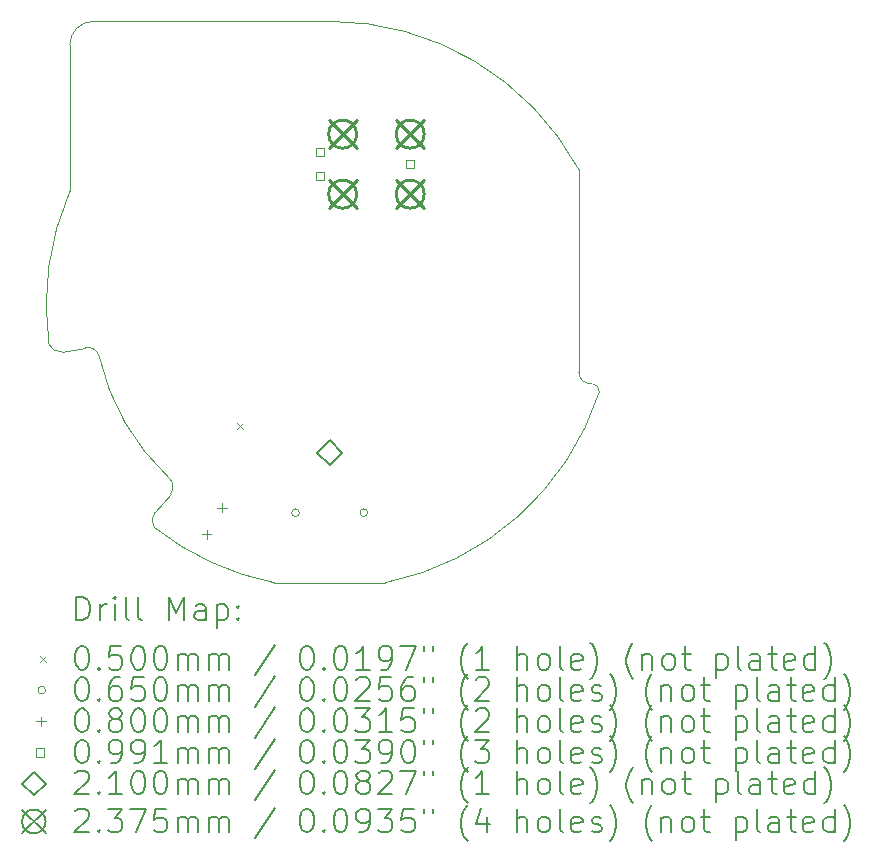
<source format=gbr>
%TF.GenerationSoftware,KiCad,Pcbnew,8.0.7*%
%TF.CreationDate,2025-01-14T11:40:31+01:00*%
%TF.ProjectId,test,74657374-2e6b-4696-9361-645f70636258,rev?*%
%TF.SameCoordinates,PX517370cPY341b1c8*%
%TF.FileFunction,Drillmap*%
%TF.FilePolarity,Positive*%
%FSLAX45Y45*%
G04 Gerber Fmt 4.5, Leading zero omitted, Abs format (unit mm)*
G04 Created by KiCad (PCBNEW 8.0.7) date 2025-01-14 11:40:31*
%MOMM*%
%LPD*%
G01*
G04 APERTURE LIST*
%ADD10C,0.100000*%
%ADD11C,0.200000*%
%ADD12C,0.210000*%
%ADD13C,0.237490*%
G04 APERTURE END LIST*
D10*
X-1344164Y-1598574D02*
X-1480000Y-1759000D01*
X0Y2400000D02*
G75*
G02*
X2108884Y1145692I0J-2400000D01*
G01*
X-1483930Y-1886181D02*
G75*
G02*
X-1480000Y-1759000I79930J61181D01*
G01*
X-2068000Y-363000D02*
X-2266000Y-398000D01*
X-1360172Y-1465220D02*
G75*
G02*
X-1344164Y-1598574I-67828J-75780D01*
G01*
X-2266000Y-398000D02*
G75*
G02*
X-2376831Y-332996I-17000J98000D01*
G01*
X2108884Y1145692D02*
X2109000Y-569000D01*
X2209031Y-668861D02*
G75*
G02*
X2282072Y-742689I5969J-67139D01*
G01*
X-2200000Y2200000D02*
G75*
G02*
X-2000000Y2400000I200000J0D01*
G01*
X468000Y-2354000D02*
X-469000Y-2354000D01*
X2282072Y-742689D02*
G75*
G02*
X468000Y-2354001I-2282002J742329D01*
G01*
X-468937Y-2353684D02*
G75*
G02*
X-1483930Y-1886181I468937J2353684D01*
G01*
X-1360172Y-1465220D02*
G75*
G02*
X-1950742Y-437658I1360172J1465220D01*
G01*
X2209000Y-669000D02*
G75*
G02*
X2109000Y-569000I0J100000D01*
G01*
X-2200000Y960000D02*
X-2200000Y2200000D01*
X0Y2400000D02*
X-2000000Y2400000D01*
X-2068000Y-363000D02*
G75*
G02*
X-1950742Y-437658I20000J-98000D01*
G01*
X-2376831Y-332996D02*
G75*
G02*
X-2199735Y959884I2376831J332996D01*
G01*
D11*
D10*
X-780200Y-998000D02*
X-730200Y-1048000D01*
X-730200Y-998000D02*
X-780200Y-1048000D01*
X-256500Y-1761000D02*
G75*
G02*
X-321500Y-1761000I-32500J0D01*
G01*
X-321500Y-1761000D02*
G75*
G02*
X-256500Y-1761000I32500J0D01*
G01*
X321500Y-1761000D02*
G75*
G02*
X256500Y-1761000I-32500J0D01*
G01*
X256500Y-1761000D02*
G75*
G02*
X321500Y-1761000I32500J0D01*
G01*
X-1041500Y-1903620D02*
X-1041500Y-1983620D01*
X-1081500Y-1943620D02*
X-1001500Y-1943620D01*
X-911500Y-1678453D02*
X-911500Y-1758453D01*
X-951500Y-1718453D02*
X-871500Y-1718453D01*
X-44977Y1256477D02*
X-44977Y1326523D01*
X-115023Y1326523D01*
X-115023Y1256477D01*
X-44977Y1256477D01*
X-44977Y1053477D02*
X-44977Y1123523D01*
X-115023Y1123523D01*
X-115023Y1053477D01*
X-44977Y1053477D01*
X717023Y1154977D02*
X717023Y1225023D01*
X646977Y1225023D01*
X646977Y1154977D01*
X717023Y1154977D01*
D12*
X0Y-1359000D02*
X105000Y-1254000D01*
X0Y-1149000D01*
X-105000Y-1254000D01*
X0Y-1359000D01*
D13*
X-8245Y1562745D02*
X229245Y1325255D01*
X229245Y1562745D02*
X-8245Y1325255D01*
X229245Y1444000D02*
G75*
G02*
X-8245Y1444000I-118745J0D01*
G01*
X-8245Y1444000D02*
G75*
G02*
X229245Y1444000I118745J0D01*
G01*
X-8245Y1054745D02*
X229245Y817255D01*
X229245Y1054745D02*
X-8245Y817255D01*
X229245Y936000D02*
G75*
G02*
X-8245Y936000I-118745J0D01*
G01*
X-8245Y936000D02*
G75*
G02*
X229245Y936000I118745J0D01*
G01*
X563255Y1562745D02*
X800745Y1325255D01*
X800745Y1562745D02*
X563255Y1325255D01*
X800745Y1444000D02*
G75*
G02*
X563255Y1444000I-118745J0D01*
G01*
X563255Y1444000D02*
G75*
G02*
X800745Y1444000I118745J0D01*
G01*
X563255Y1054745D02*
X800745Y817255D01*
X800745Y1054745D02*
X563255Y817255D01*
X800745Y936000D02*
G75*
G02*
X563255Y936000I-118745J0D01*
G01*
X563255Y936000D02*
G75*
G02*
X800745Y936000I118745J0D01*
G01*
D11*
X-2144267Y-2670484D02*
X-2144267Y-2470484D01*
X-2144267Y-2470484D02*
X-2096648Y-2470484D01*
X-2096648Y-2470484D02*
X-2068077Y-2480008D01*
X-2068077Y-2480008D02*
X-2049029Y-2499055D01*
X-2049029Y-2499055D02*
X-2039505Y-2518103D01*
X-2039505Y-2518103D02*
X-2029982Y-2556198D01*
X-2029982Y-2556198D02*
X-2029982Y-2584770D01*
X-2029982Y-2584770D02*
X-2039505Y-2622865D01*
X-2039505Y-2622865D02*
X-2049029Y-2641912D01*
X-2049029Y-2641912D02*
X-2068077Y-2660960D01*
X-2068077Y-2660960D02*
X-2096648Y-2670484D01*
X-2096648Y-2670484D02*
X-2144267Y-2670484D01*
X-1944267Y-2670484D02*
X-1944267Y-2537150D01*
X-1944267Y-2575246D02*
X-1934743Y-2556198D01*
X-1934743Y-2556198D02*
X-1925220Y-2546674D01*
X-1925220Y-2546674D02*
X-1906172Y-2537150D01*
X-1906172Y-2537150D02*
X-1887124Y-2537150D01*
X-1820458Y-2670484D02*
X-1820458Y-2537150D01*
X-1820458Y-2470484D02*
X-1829982Y-2480008D01*
X-1829982Y-2480008D02*
X-1820458Y-2489531D01*
X-1820458Y-2489531D02*
X-1810934Y-2480008D01*
X-1810934Y-2480008D02*
X-1820458Y-2470484D01*
X-1820458Y-2470484D02*
X-1820458Y-2489531D01*
X-1696648Y-2670484D02*
X-1715696Y-2660960D01*
X-1715696Y-2660960D02*
X-1725220Y-2641912D01*
X-1725220Y-2641912D02*
X-1725220Y-2470484D01*
X-1591886Y-2670484D02*
X-1610934Y-2660960D01*
X-1610934Y-2660960D02*
X-1620458Y-2641912D01*
X-1620458Y-2641912D02*
X-1620458Y-2470484D01*
X-1363315Y-2670484D02*
X-1363315Y-2470484D01*
X-1363315Y-2470484D02*
X-1296648Y-2613341D01*
X-1296648Y-2613341D02*
X-1229982Y-2470484D01*
X-1229982Y-2470484D02*
X-1229982Y-2670484D01*
X-1049029Y-2670484D02*
X-1049029Y-2565722D01*
X-1049029Y-2565722D02*
X-1058553Y-2546674D01*
X-1058553Y-2546674D02*
X-1077601Y-2537150D01*
X-1077601Y-2537150D02*
X-1115696Y-2537150D01*
X-1115696Y-2537150D02*
X-1134744Y-2546674D01*
X-1049029Y-2660960D02*
X-1068077Y-2670484D01*
X-1068077Y-2670484D02*
X-1115696Y-2670484D01*
X-1115696Y-2670484D02*
X-1134744Y-2660960D01*
X-1134744Y-2660960D02*
X-1144267Y-2641912D01*
X-1144267Y-2641912D02*
X-1144267Y-2622865D01*
X-1144267Y-2622865D02*
X-1134744Y-2603817D01*
X-1134744Y-2603817D02*
X-1115696Y-2594293D01*
X-1115696Y-2594293D02*
X-1068077Y-2594293D01*
X-1068077Y-2594293D02*
X-1049029Y-2584770D01*
X-953791Y-2537150D02*
X-953791Y-2737150D01*
X-953791Y-2546674D02*
X-934743Y-2537150D01*
X-934743Y-2537150D02*
X-896648Y-2537150D01*
X-896648Y-2537150D02*
X-877601Y-2546674D01*
X-877601Y-2546674D02*
X-868077Y-2556198D01*
X-868077Y-2556198D02*
X-858553Y-2575246D01*
X-858553Y-2575246D02*
X-858553Y-2632389D01*
X-858553Y-2632389D02*
X-868077Y-2651436D01*
X-868077Y-2651436D02*
X-877601Y-2660960D01*
X-877601Y-2660960D02*
X-896648Y-2670484D01*
X-896648Y-2670484D02*
X-934743Y-2670484D01*
X-934743Y-2670484D02*
X-953791Y-2660960D01*
X-772839Y-2651436D02*
X-763315Y-2660960D01*
X-763315Y-2660960D02*
X-772839Y-2670484D01*
X-772839Y-2670484D02*
X-782362Y-2660960D01*
X-782362Y-2660960D02*
X-772839Y-2651436D01*
X-772839Y-2651436D02*
X-772839Y-2670484D01*
X-772839Y-2546674D02*
X-763315Y-2556198D01*
X-763315Y-2556198D02*
X-772839Y-2565722D01*
X-772839Y-2565722D02*
X-782362Y-2556198D01*
X-782362Y-2556198D02*
X-772839Y-2546674D01*
X-772839Y-2546674D02*
X-772839Y-2565722D01*
D10*
X-2455044Y-2974000D02*
X-2405044Y-3024000D01*
X-2405044Y-2974000D02*
X-2455044Y-3024000D01*
D11*
X-2106172Y-2890484D02*
X-2087124Y-2890484D01*
X-2087124Y-2890484D02*
X-2068077Y-2900008D01*
X-2068077Y-2900008D02*
X-2058553Y-2909531D01*
X-2058553Y-2909531D02*
X-2049029Y-2928579D01*
X-2049029Y-2928579D02*
X-2039505Y-2966674D01*
X-2039505Y-2966674D02*
X-2039505Y-3014293D01*
X-2039505Y-3014293D02*
X-2049029Y-3052388D01*
X-2049029Y-3052388D02*
X-2058553Y-3071436D01*
X-2058553Y-3071436D02*
X-2068077Y-3080960D01*
X-2068077Y-3080960D02*
X-2087124Y-3090484D01*
X-2087124Y-3090484D02*
X-2106172Y-3090484D01*
X-2106172Y-3090484D02*
X-2125220Y-3080960D01*
X-2125220Y-3080960D02*
X-2134744Y-3071436D01*
X-2134744Y-3071436D02*
X-2144267Y-3052388D01*
X-2144267Y-3052388D02*
X-2153791Y-3014293D01*
X-2153791Y-3014293D02*
X-2153791Y-2966674D01*
X-2153791Y-2966674D02*
X-2144267Y-2928579D01*
X-2144267Y-2928579D02*
X-2134744Y-2909531D01*
X-2134744Y-2909531D02*
X-2125220Y-2900008D01*
X-2125220Y-2900008D02*
X-2106172Y-2890484D01*
X-1953791Y-3071436D02*
X-1944267Y-3080960D01*
X-1944267Y-3080960D02*
X-1953791Y-3090484D01*
X-1953791Y-3090484D02*
X-1963315Y-3080960D01*
X-1963315Y-3080960D02*
X-1953791Y-3071436D01*
X-1953791Y-3071436D02*
X-1953791Y-3090484D01*
X-1763315Y-2890484D02*
X-1858553Y-2890484D01*
X-1858553Y-2890484D02*
X-1868077Y-2985722D01*
X-1868077Y-2985722D02*
X-1858553Y-2976198D01*
X-1858553Y-2976198D02*
X-1839505Y-2966674D01*
X-1839505Y-2966674D02*
X-1791886Y-2966674D01*
X-1791886Y-2966674D02*
X-1772839Y-2976198D01*
X-1772839Y-2976198D02*
X-1763315Y-2985722D01*
X-1763315Y-2985722D02*
X-1753791Y-3004769D01*
X-1753791Y-3004769D02*
X-1753791Y-3052388D01*
X-1753791Y-3052388D02*
X-1763315Y-3071436D01*
X-1763315Y-3071436D02*
X-1772839Y-3080960D01*
X-1772839Y-3080960D02*
X-1791886Y-3090484D01*
X-1791886Y-3090484D02*
X-1839505Y-3090484D01*
X-1839505Y-3090484D02*
X-1858553Y-3080960D01*
X-1858553Y-3080960D02*
X-1868077Y-3071436D01*
X-1629982Y-2890484D02*
X-1610934Y-2890484D01*
X-1610934Y-2890484D02*
X-1591886Y-2900008D01*
X-1591886Y-2900008D02*
X-1582362Y-2909531D01*
X-1582362Y-2909531D02*
X-1572839Y-2928579D01*
X-1572839Y-2928579D02*
X-1563315Y-2966674D01*
X-1563315Y-2966674D02*
X-1563315Y-3014293D01*
X-1563315Y-3014293D02*
X-1572839Y-3052388D01*
X-1572839Y-3052388D02*
X-1582362Y-3071436D01*
X-1582362Y-3071436D02*
X-1591886Y-3080960D01*
X-1591886Y-3080960D02*
X-1610934Y-3090484D01*
X-1610934Y-3090484D02*
X-1629982Y-3090484D01*
X-1629982Y-3090484D02*
X-1649029Y-3080960D01*
X-1649029Y-3080960D02*
X-1658553Y-3071436D01*
X-1658553Y-3071436D02*
X-1668077Y-3052388D01*
X-1668077Y-3052388D02*
X-1677601Y-3014293D01*
X-1677601Y-3014293D02*
X-1677601Y-2966674D01*
X-1677601Y-2966674D02*
X-1668077Y-2928579D01*
X-1668077Y-2928579D02*
X-1658553Y-2909531D01*
X-1658553Y-2909531D02*
X-1649029Y-2900008D01*
X-1649029Y-2900008D02*
X-1629982Y-2890484D01*
X-1439505Y-2890484D02*
X-1420458Y-2890484D01*
X-1420458Y-2890484D02*
X-1401410Y-2900008D01*
X-1401410Y-2900008D02*
X-1391886Y-2909531D01*
X-1391886Y-2909531D02*
X-1382363Y-2928579D01*
X-1382363Y-2928579D02*
X-1372839Y-2966674D01*
X-1372839Y-2966674D02*
X-1372839Y-3014293D01*
X-1372839Y-3014293D02*
X-1382363Y-3052388D01*
X-1382363Y-3052388D02*
X-1391886Y-3071436D01*
X-1391886Y-3071436D02*
X-1401410Y-3080960D01*
X-1401410Y-3080960D02*
X-1420458Y-3090484D01*
X-1420458Y-3090484D02*
X-1439505Y-3090484D01*
X-1439505Y-3090484D02*
X-1458553Y-3080960D01*
X-1458553Y-3080960D02*
X-1468077Y-3071436D01*
X-1468077Y-3071436D02*
X-1477601Y-3052388D01*
X-1477601Y-3052388D02*
X-1487124Y-3014293D01*
X-1487124Y-3014293D02*
X-1487124Y-2966674D01*
X-1487124Y-2966674D02*
X-1477601Y-2928579D01*
X-1477601Y-2928579D02*
X-1468077Y-2909531D01*
X-1468077Y-2909531D02*
X-1458553Y-2900008D01*
X-1458553Y-2900008D02*
X-1439505Y-2890484D01*
X-1287124Y-3090484D02*
X-1287124Y-2957150D01*
X-1287124Y-2976198D02*
X-1277601Y-2966674D01*
X-1277601Y-2966674D02*
X-1258553Y-2957150D01*
X-1258553Y-2957150D02*
X-1229982Y-2957150D01*
X-1229982Y-2957150D02*
X-1210934Y-2966674D01*
X-1210934Y-2966674D02*
X-1201410Y-2985722D01*
X-1201410Y-2985722D02*
X-1201410Y-3090484D01*
X-1201410Y-2985722D02*
X-1191886Y-2966674D01*
X-1191886Y-2966674D02*
X-1172839Y-2957150D01*
X-1172839Y-2957150D02*
X-1144267Y-2957150D01*
X-1144267Y-2957150D02*
X-1125220Y-2966674D01*
X-1125220Y-2966674D02*
X-1115696Y-2985722D01*
X-1115696Y-2985722D02*
X-1115696Y-3090484D01*
X-1020458Y-3090484D02*
X-1020458Y-2957150D01*
X-1020458Y-2976198D02*
X-1010934Y-2966674D01*
X-1010934Y-2966674D02*
X-991886Y-2957150D01*
X-991886Y-2957150D02*
X-963315Y-2957150D01*
X-963315Y-2957150D02*
X-944267Y-2966674D01*
X-944267Y-2966674D02*
X-934743Y-2985722D01*
X-934743Y-2985722D02*
X-934743Y-3090484D01*
X-934743Y-2985722D02*
X-925220Y-2966674D01*
X-925220Y-2966674D02*
X-906172Y-2957150D01*
X-906172Y-2957150D02*
X-877601Y-2957150D01*
X-877601Y-2957150D02*
X-858553Y-2966674D01*
X-858553Y-2966674D02*
X-849029Y-2985722D01*
X-849029Y-2985722D02*
X-849029Y-3090484D01*
X-458553Y-2880960D02*
X-629981Y-3138103D01*
X-201410Y-2890484D02*
X-182362Y-2890484D01*
X-182362Y-2890484D02*
X-163315Y-2900008D01*
X-163315Y-2900008D02*
X-153791Y-2909531D01*
X-153791Y-2909531D02*
X-144267Y-2928579D01*
X-144267Y-2928579D02*
X-134743Y-2966674D01*
X-134743Y-2966674D02*
X-134743Y-3014293D01*
X-134743Y-3014293D02*
X-144267Y-3052388D01*
X-144267Y-3052388D02*
X-153791Y-3071436D01*
X-153791Y-3071436D02*
X-163315Y-3080960D01*
X-163315Y-3080960D02*
X-182362Y-3090484D01*
X-182362Y-3090484D02*
X-201410Y-3090484D01*
X-201410Y-3090484D02*
X-220458Y-3080960D01*
X-220458Y-3080960D02*
X-229981Y-3071436D01*
X-229981Y-3071436D02*
X-239505Y-3052388D01*
X-239505Y-3052388D02*
X-249029Y-3014293D01*
X-249029Y-3014293D02*
X-249029Y-2966674D01*
X-249029Y-2966674D02*
X-239505Y-2928579D01*
X-239505Y-2928579D02*
X-229981Y-2909531D01*
X-229981Y-2909531D02*
X-220458Y-2900008D01*
X-220458Y-2900008D02*
X-201410Y-2890484D01*
X-49029Y-3071436D02*
X-39505Y-3080960D01*
X-39505Y-3080960D02*
X-49029Y-3090484D01*
X-49029Y-3090484D02*
X-58553Y-3080960D01*
X-58553Y-3080960D02*
X-49029Y-3071436D01*
X-49029Y-3071436D02*
X-49029Y-3090484D01*
X84304Y-2890484D02*
X103352Y-2890484D01*
X103352Y-2890484D02*
X122400Y-2900008D01*
X122400Y-2900008D02*
X131923Y-2909531D01*
X131923Y-2909531D02*
X141447Y-2928579D01*
X141447Y-2928579D02*
X150971Y-2966674D01*
X150971Y-2966674D02*
X150971Y-3014293D01*
X150971Y-3014293D02*
X141447Y-3052388D01*
X141447Y-3052388D02*
X131923Y-3071436D01*
X131923Y-3071436D02*
X122400Y-3080960D01*
X122400Y-3080960D02*
X103352Y-3090484D01*
X103352Y-3090484D02*
X84304Y-3090484D01*
X84304Y-3090484D02*
X65257Y-3080960D01*
X65257Y-3080960D02*
X55733Y-3071436D01*
X55733Y-3071436D02*
X46209Y-3052388D01*
X46209Y-3052388D02*
X36685Y-3014293D01*
X36685Y-3014293D02*
X36685Y-2966674D01*
X36685Y-2966674D02*
X46209Y-2928579D01*
X46209Y-2928579D02*
X55733Y-2909531D01*
X55733Y-2909531D02*
X65257Y-2900008D01*
X65257Y-2900008D02*
X84304Y-2890484D01*
X341447Y-3090484D02*
X227161Y-3090484D01*
X284304Y-3090484D02*
X284304Y-2890484D01*
X284304Y-2890484D02*
X265257Y-2919055D01*
X265257Y-2919055D02*
X246209Y-2938103D01*
X246209Y-2938103D02*
X227161Y-2947627D01*
X436685Y-3090484D02*
X474780Y-3090484D01*
X474780Y-3090484D02*
X493828Y-3080960D01*
X493828Y-3080960D02*
X503352Y-3071436D01*
X503352Y-3071436D02*
X522400Y-3042865D01*
X522400Y-3042865D02*
X531923Y-3004769D01*
X531923Y-3004769D02*
X531923Y-2928579D01*
X531923Y-2928579D02*
X522400Y-2909531D01*
X522400Y-2909531D02*
X512876Y-2900008D01*
X512876Y-2900008D02*
X493828Y-2890484D01*
X493828Y-2890484D02*
X455733Y-2890484D01*
X455733Y-2890484D02*
X436685Y-2900008D01*
X436685Y-2900008D02*
X427161Y-2909531D01*
X427161Y-2909531D02*
X417638Y-2928579D01*
X417638Y-2928579D02*
X417638Y-2976198D01*
X417638Y-2976198D02*
X427161Y-2995246D01*
X427161Y-2995246D02*
X436685Y-3004769D01*
X436685Y-3004769D02*
X455733Y-3014293D01*
X455733Y-3014293D02*
X493828Y-3014293D01*
X493828Y-3014293D02*
X512876Y-3004769D01*
X512876Y-3004769D02*
X522400Y-2995246D01*
X522400Y-2995246D02*
X531923Y-2976198D01*
X598590Y-2890484D02*
X731923Y-2890484D01*
X731923Y-2890484D02*
X646209Y-3090484D01*
X798590Y-2890484D02*
X798590Y-2928579D01*
X874781Y-2890484D02*
X874781Y-2928579D01*
X1170019Y-3166674D02*
X1160495Y-3157150D01*
X1160495Y-3157150D02*
X1141447Y-3128579D01*
X1141447Y-3128579D02*
X1131924Y-3109531D01*
X1131924Y-3109531D02*
X1122400Y-3080960D01*
X1122400Y-3080960D02*
X1112876Y-3033341D01*
X1112876Y-3033341D02*
X1112876Y-2995246D01*
X1112876Y-2995246D02*
X1122400Y-2947627D01*
X1122400Y-2947627D02*
X1131924Y-2919055D01*
X1131924Y-2919055D02*
X1141447Y-2900008D01*
X1141447Y-2900008D02*
X1160495Y-2871436D01*
X1160495Y-2871436D02*
X1170019Y-2861912D01*
X1350971Y-3090484D02*
X1236685Y-3090484D01*
X1293828Y-3090484D02*
X1293828Y-2890484D01*
X1293828Y-2890484D02*
X1274781Y-2919055D01*
X1274781Y-2919055D02*
X1255733Y-2938103D01*
X1255733Y-2938103D02*
X1236685Y-2947627D01*
X1589066Y-3090484D02*
X1589066Y-2890484D01*
X1674781Y-3090484D02*
X1674781Y-2985722D01*
X1674781Y-2985722D02*
X1665257Y-2966674D01*
X1665257Y-2966674D02*
X1646209Y-2957150D01*
X1646209Y-2957150D02*
X1617638Y-2957150D01*
X1617638Y-2957150D02*
X1598590Y-2966674D01*
X1598590Y-2966674D02*
X1589066Y-2976198D01*
X1798590Y-3090484D02*
X1779543Y-3080960D01*
X1779543Y-3080960D02*
X1770019Y-3071436D01*
X1770019Y-3071436D02*
X1760495Y-3052388D01*
X1760495Y-3052388D02*
X1760495Y-2995246D01*
X1760495Y-2995246D02*
X1770019Y-2976198D01*
X1770019Y-2976198D02*
X1779543Y-2966674D01*
X1779543Y-2966674D02*
X1798590Y-2957150D01*
X1798590Y-2957150D02*
X1827162Y-2957150D01*
X1827162Y-2957150D02*
X1846209Y-2966674D01*
X1846209Y-2966674D02*
X1855733Y-2976198D01*
X1855733Y-2976198D02*
X1865257Y-2995246D01*
X1865257Y-2995246D02*
X1865257Y-3052388D01*
X1865257Y-3052388D02*
X1855733Y-3071436D01*
X1855733Y-3071436D02*
X1846209Y-3080960D01*
X1846209Y-3080960D02*
X1827162Y-3090484D01*
X1827162Y-3090484D02*
X1798590Y-3090484D01*
X1979543Y-3090484D02*
X1960495Y-3080960D01*
X1960495Y-3080960D02*
X1950971Y-3061912D01*
X1950971Y-3061912D02*
X1950971Y-2890484D01*
X2131924Y-3080960D02*
X2112876Y-3090484D01*
X2112876Y-3090484D02*
X2074781Y-3090484D01*
X2074781Y-3090484D02*
X2055733Y-3080960D01*
X2055733Y-3080960D02*
X2046209Y-3061912D01*
X2046209Y-3061912D02*
X2046209Y-2985722D01*
X2046209Y-2985722D02*
X2055733Y-2966674D01*
X2055733Y-2966674D02*
X2074781Y-2957150D01*
X2074781Y-2957150D02*
X2112876Y-2957150D01*
X2112876Y-2957150D02*
X2131924Y-2966674D01*
X2131924Y-2966674D02*
X2141447Y-2985722D01*
X2141447Y-2985722D02*
X2141447Y-3004769D01*
X2141447Y-3004769D02*
X2046209Y-3023817D01*
X2208114Y-3166674D02*
X2217638Y-3157150D01*
X2217638Y-3157150D02*
X2236686Y-3128579D01*
X2236686Y-3128579D02*
X2246209Y-3109531D01*
X2246209Y-3109531D02*
X2255733Y-3080960D01*
X2255733Y-3080960D02*
X2265257Y-3033341D01*
X2265257Y-3033341D02*
X2265257Y-2995246D01*
X2265257Y-2995246D02*
X2255733Y-2947627D01*
X2255733Y-2947627D02*
X2246209Y-2919055D01*
X2246209Y-2919055D02*
X2236686Y-2900008D01*
X2236686Y-2900008D02*
X2217638Y-2871436D01*
X2217638Y-2871436D02*
X2208114Y-2861912D01*
X2570019Y-3166674D02*
X2560495Y-3157150D01*
X2560495Y-3157150D02*
X2541447Y-3128579D01*
X2541447Y-3128579D02*
X2531924Y-3109531D01*
X2531924Y-3109531D02*
X2522400Y-3080960D01*
X2522400Y-3080960D02*
X2512876Y-3033341D01*
X2512876Y-3033341D02*
X2512876Y-2995246D01*
X2512876Y-2995246D02*
X2522400Y-2947627D01*
X2522400Y-2947627D02*
X2531924Y-2919055D01*
X2531924Y-2919055D02*
X2541447Y-2900008D01*
X2541447Y-2900008D02*
X2560495Y-2871436D01*
X2560495Y-2871436D02*
X2570019Y-2861912D01*
X2646209Y-2957150D02*
X2646209Y-3090484D01*
X2646209Y-2976198D02*
X2655733Y-2966674D01*
X2655733Y-2966674D02*
X2674781Y-2957150D01*
X2674781Y-2957150D02*
X2703352Y-2957150D01*
X2703352Y-2957150D02*
X2722400Y-2966674D01*
X2722400Y-2966674D02*
X2731924Y-2985722D01*
X2731924Y-2985722D02*
X2731924Y-3090484D01*
X2855733Y-3090484D02*
X2836685Y-3080960D01*
X2836685Y-3080960D02*
X2827162Y-3071436D01*
X2827162Y-3071436D02*
X2817638Y-3052388D01*
X2817638Y-3052388D02*
X2817638Y-2995246D01*
X2817638Y-2995246D02*
X2827162Y-2976198D01*
X2827162Y-2976198D02*
X2836685Y-2966674D01*
X2836685Y-2966674D02*
X2855733Y-2957150D01*
X2855733Y-2957150D02*
X2884305Y-2957150D01*
X2884305Y-2957150D02*
X2903352Y-2966674D01*
X2903352Y-2966674D02*
X2912876Y-2976198D01*
X2912876Y-2976198D02*
X2922400Y-2995246D01*
X2922400Y-2995246D02*
X2922400Y-3052388D01*
X2922400Y-3052388D02*
X2912876Y-3071436D01*
X2912876Y-3071436D02*
X2903352Y-3080960D01*
X2903352Y-3080960D02*
X2884305Y-3090484D01*
X2884305Y-3090484D02*
X2855733Y-3090484D01*
X2979543Y-2957150D02*
X3055733Y-2957150D01*
X3008114Y-2890484D02*
X3008114Y-3061912D01*
X3008114Y-3061912D02*
X3017638Y-3080960D01*
X3017638Y-3080960D02*
X3036685Y-3090484D01*
X3036685Y-3090484D02*
X3055733Y-3090484D01*
X3274781Y-2957150D02*
X3274781Y-3157150D01*
X3274781Y-2966674D02*
X3293828Y-2957150D01*
X3293828Y-2957150D02*
X3331924Y-2957150D01*
X3331924Y-2957150D02*
X3350971Y-2966674D01*
X3350971Y-2966674D02*
X3360495Y-2976198D01*
X3360495Y-2976198D02*
X3370019Y-2995246D01*
X3370019Y-2995246D02*
X3370019Y-3052388D01*
X3370019Y-3052388D02*
X3360495Y-3071436D01*
X3360495Y-3071436D02*
X3350971Y-3080960D01*
X3350971Y-3080960D02*
X3331924Y-3090484D01*
X3331924Y-3090484D02*
X3293828Y-3090484D01*
X3293828Y-3090484D02*
X3274781Y-3080960D01*
X3484305Y-3090484D02*
X3465257Y-3080960D01*
X3465257Y-3080960D02*
X3455733Y-3061912D01*
X3455733Y-3061912D02*
X3455733Y-2890484D01*
X3646209Y-3090484D02*
X3646209Y-2985722D01*
X3646209Y-2985722D02*
X3636686Y-2966674D01*
X3636686Y-2966674D02*
X3617638Y-2957150D01*
X3617638Y-2957150D02*
X3579543Y-2957150D01*
X3579543Y-2957150D02*
X3560495Y-2966674D01*
X3646209Y-3080960D02*
X3627162Y-3090484D01*
X3627162Y-3090484D02*
X3579543Y-3090484D01*
X3579543Y-3090484D02*
X3560495Y-3080960D01*
X3560495Y-3080960D02*
X3550971Y-3061912D01*
X3550971Y-3061912D02*
X3550971Y-3042865D01*
X3550971Y-3042865D02*
X3560495Y-3023817D01*
X3560495Y-3023817D02*
X3579543Y-3014293D01*
X3579543Y-3014293D02*
X3627162Y-3014293D01*
X3627162Y-3014293D02*
X3646209Y-3004769D01*
X3712876Y-2957150D02*
X3789066Y-2957150D01*
X3741447Y-2890484D02*
X3741447Y-3061912D01*
X3741447Y-3061912D02*
X3750971Y-3080960D01*
X3750971Y-3080960D02*
X3770019Y-3090484D01*
X3770019Y-3090484D02*
X3789066Y-3090484D01*
X3931924Y-3080960D02*
X3912876Y-3090484D01*
X3912876Y-3090484D02*
X3874781Y-3090484D01*
X3874781Y-3090484D02*
X3855733Y-3080960D01*
X3855733Y-3080960D02*
X3846209Y-3061912D01*
X3846209Y-3061912D02*
X3846209Y-2985722D01*
X3846209Y-2985722D02*
X3855733Y-2966674D01*
X3855733Y-2966674D02*
X3874781Y-2957150D01*
X3874781Y-2957150D02*
X3912876Y-2957150D01*
X3912876Y-2957150D02*
X3931924Y-2966674D01*
X3931924Y-2966674D02*
X3941447Y-2985722D01*
X3941447Y-2985722D02*
X3941447Y-3004769D01*
X3941447Y-3004769D02*
X3846209Y-3023817D01*
X4112876Y-3090484D02*
X4112876Y-2890484D01*
X4112876Y-3080960D02*
X4093828Y-3090484D01*
X4093828Y-3090484D02*
X4055733Y-3090484D01*
X4055733Y-3090484D02*
X4036686Y-3080960D01*
X4036686Y-3080960D02*
X4027162Y-3071436D01*
X4027162Y-3071436D02*
X4017638Y-3052388D01*
X4017638Y-3052388D02*
X4017638Y-2995246D01*
X4017638Y-2995246D02*
X4027162Y-2976198D01*
X4027162Y-2976198D02*
X4036686Y-2966674D01*
X4036686Y-2966674D02*
X4055733Y-2957150D01*
X4055733Y-2957150D02*
X4093828Y-2957150D01*
X4093828Y-2957150D02*
X4112876Y-2966674D01*
X4189067Y-3166674D02*
X4198590Y-3157150D01*
X4198590Y-3157150D02*
X4217638Y-3128579D01*
X4217638Y-3128579D02*
X4227162Y-3109531D01*
X4227162Y-3109531D02*
X4236686Y-3080960D01*
X4236686Y-3080960D02*
X4246209Y-3033341D01*
X4246209Y-3033341D02*
X4246209Y-2995246D01*
X4246209Y-2995246D02*
X4236686Y-2947627D01*
X4236686Y-2947627D02*
X4227162Y-2919055D01*
X4227162Y-2919055D02*
X4217638Y-2900008D01*
X4217638Y-2900008D02*
X4198590Y-2871436D01*
X4198590Y-2871436D02*
X4189067Y-2861912D01*
D10*
X-2405044Y-3263000D02*
G75*
G02*
X-2470044Y-3263000I-32500J0D01*
G01*
X-2470044Y-3263000D02*
G75*
G02*
X-2405044Y-3263000I32500J0D01*
G01*
D11*
X-2106172Y-3154484D02*
X-2087124Y-3154484D01*
X-2087124Y-3154484D02*
X-2068077Y-3164008D01*
X-2068077Y-3164008D02*
X-2058553Y-3173531D01*
X-2058553Y-3173531D02*
X-2049029Y-3192579D01*
X-2049029Y-3192579D02*
X-2039505Y-3230674D01*
X-2039505Y-3230674D02*
X-2039505Y-3278293D01*
X-2039505Y-3278293D02*
X-2049029Y-3316388D01*
X-2049029Y-3316388D02*
X-2058553Y-3335436D01*
X-2058553Y-3335436D02*
X-2068077Y-3344960D01*
X-2068077Y-3344960D02*
X-2087124Y-3354484D01*
X-2087124Y-3354484D02*
X-2106172Y-3354484D01*
X-2106172Y-3354484D02*
X-2125220Y-3344960D01*
X-2125220Y-3344960D02*
X-2134744Y-3335436D01*
X-2134744Y-3335436D02*
X-2144267Y-3316388D01*
X-2144267Y-3316388D02*
X-2153791Y-3278293D01*
X-2153791Y-3278293D02*
X-2153791Y-3230674D01*
X-2153791Y-3230674D02*
X-2144267Y-3192579D01*
X-2144267Y-3192579D02*
X-2134744Y-3173531D01*
X-2134744Y-3173531D02*
X-2125220Y-3164008D01*
X-2125220Y-3164008D02*
X-2106172Y-3154484D01*
X-1953791Y-3335436D02*
X-1944267Y-3344960D01*
X-1944267Y-3344960D02*
X-1953791Y-3354484D01*
X-1953791Y-3354484D02*
X-1963315Y-3344960D01*
X-1963315Y-3344960D02*
X-1953791Y-3335436D01*
X-1953791Y-3335436D02*
X-1953791Y-3354484D01*
X-1772839Y-3154484D02*
X-1810934Y-3154484D01*
X-1810934Y-3154484D02*
X-1829982Y-3164008D01*
X-1829982Y-3164008D02*
X-1839505Y-3173531D01*
X-1839505Y-3173531D02*
X-1858553Y-3202103D01*
X-1858553Y-3202103D02*
X-1868077Y-3240198D01*
X-1868077Y-3240198D02*
X-1868077Y-3316388D01*
X-1868077Y-3316388D02*
X-1858553Y-3335436D01*
X-1858553Y-3335436D02*
X-1849029Y-3344960D01*
X-1849029Y-3344960D02*
X-1829982Y-3354484D01*
X-1829982Y-3354484D02*
X-1791886Y-3354484D01*
X-1791886Y-3354484D02*
X-1772839Y-3344960D01*
X-1772839Y-3344960D02*
X-1763315Y-3335436D01*
X-1763315Y-3335436D02*
X-1753791Y-3316388D01*
X-1753791Y-3316388D02*
X-1753791Y-3268769D01*
X-1753791Y-3268769D02*
X-1763315Y-3249722D01*
X-1763315Y-3249722D02*
X-1772839Y-3240198D01*
X-1772839Y-3240198D02*
X-1791886Y-3230674D01*
X-1791886Y-3230674D02*
X-1829982Y-3230674D01*
X-1829982Y-3230674D02*
X-1849029Y-3240198D01*
X-1849029Y-3240198D02*
X-1858553Y-3249722D01*
X-1858553Y-3249722D02*
X-1868077Y-3268769D01*
X-1572839Y-3154484D02*
X-1668077Y-3154484D01*
X-1668077Y-3154484D02*
X-1677601Y-3249722D01*
X-1677601Y-3249722D02*
X-1668077Y-3240198D01*
X-1668077Y-3240198D02*
X-1649029Y-3230674D01*
X-1649029Y-3230674D02*
X-1601410Y-3230674D01*
X-1601410Y-3230674D02*
X-1582362Y-3240198D01*
X-1582362Y-3240198D02*
X-1572839Y-3249722D01*
X-1572839Y-3249722D02*
X-1563315Y-3268769D01*
X-1563315Y-3268769D02*
X-1563315Y-3316388D01*
X-1563315Y-3316388D02*
X-1572839Y-3335436D01*
X-1572839Y-3335436D02*
X-1582362Y-3344960D01*
X-1582362Y-3344960D02*
X-1601410Y-3354484D01*
X-1601410Y-3354484D02*
X-1649029Y-3354484D01*
X-1649029Y-3354484D02*
X-1668077Y-3344960D01*
X-1668077Y-3344960D02*
X-1677601Y-3335436D01*
X-1439505Y-3154484D02*
X-1420458Y-3154484D01*
X-1420458Y-3154484D02*
X-1401410Y-3164008D01*
X-1401410Y-3164008D02*
X-1391886Y-3173531D01*
X-1391886Y-3173531D02*
X-1382363Y-3192579D01*
X-1382363Y-3192579D02*
X-1372839Y-3230674D01*
X-1372839Y-3230674D02*
X-1372839Y-3278293D01*
X-1372839Y-3278293D02*
X-1382363Y-3316388D01*
X-1382363Y-3316388D02*
X-1391886Y-3335436D01*
X-1391886Y-3335436D02*
X-1401410Y-3344960D01*
X-1401410Y-3344960D02*
X-1420458Y-3354484D01*
X-1420458Y-3354484D02*
X-1439505Y-3354484D01*
X-1439505Y-3354484D02*
X-1458553Y-3344960D01*
X-1458553Y-3344960D02*
X-1468077Y-3335436D01*
X-1468077Y-3335436D02*
X-1477601Y-3316388D01*
X-1477601Y-3316388D02*
X-1487124Y-3278293D01*
X-1487124Y-3278293D02*
X-1487124Y-3230674D01*
X-1487124Y-3230674D02*
X-1477601Y-3192579D01*
X-1477601Y-3192579D02*
X-1468077Y-3173531D01*
X-1468077Y-3173531D02*
X-1458553Y-3164008D01*
X-1458553Y-3164008D02*
X-1439505Y-3154484D01*
X-1287124Y-3354484D02*
X-1287124Y-3221150D01*
X-1287124Y-3240198D02*
X-1277601Y-3230674D01*
X-1277601Y-3230674D02*
X-1258553Y-3221150D01*
X-1258553Y-3221150D02*
X-1229982Y-3221150D01*
X-1229982Y-3221150D02*
X-1210934Y-3230674D01*
X-1210934Y-3230674D02*
X-1201410Y-3249722D01*
X-1201410Y-3249722D02*
X-1201410Y-3354484D01*
X-1201410Y-3249722D02*
X-1191886Y-3230674D01*
X-1191886Y-3230674D02*
X-1172839Y-3221150D01*
X-1172839Y-3221150D02*
X-1144267Y-3221150D01*
X-1144267Y-3221150D02*
X-1125220Y-3230674D01*
X-1125220Y-3230674D02*
X-1115696Y-3249722D01*
X-1115696Y-3249722D02*
X-1115696Y-3354484D01*
X-1020458Y-3354484D02*
X-1020458Y-3221150D01*
X-1020458Y-3240198D02*
X-1010934Y-3230674D01*
X-1010934Y-3230674D02*
X-991886Y-3221150D01*
X-991886Y-3221150D02*
X-963315Y-3221150D01*
X-963315Y-3221150D02*
X-944267Y-3230674D01*
X-944267Y-3230674D02*
X-934743Y-3249722D01*
X-934743Y-3249722D02*
X-934743Y-3354484D01*
X-934743Y-3249722D02*
X-925220Y-3230674D01*
X-925220Y-3230674D02*
X-906172Y-3221150D01*
X-906172Y-3221150D02*
X-877601Y-3221150D01*
X-877601Y-3221150D02*
X-858553Y-3230674D01*
X-858553Y-3230674D02*
X-849029Y-3249722D01*
X-849029Y-3249722D02*
X-849029Y-3354484D01*
X-458553Y-3144960D02*
X-629981Y-3402103D01*
X-201410Y-3154484D02*
X-182362Y-3154484D01*
X-182362Y-3154484D02*
X-163315Y-3164008D01*
X-163315Y-3164008D02*
X-153791Y-3173531D01*
X-153791Y-3173531D02*
X-144267Y-3192579D01*
X-144267Y-3192579D02*
X-134743Y-3230674D01*
X-134743Y-3230674D02*
X-134743Y-3278293D01*
X-134743Y-3278293D02*
X-144267Y-3316388D01*
X-144267Y-3316388D02*
X-153791Y-3335436D01*
X-153791Y-3335436D02*
X-163315Y-3344960D01*
X-163315Y-3344960D02*
X-182362Y-3354484D01*
X-182362Y-3354484D02*
X-201410Y-3354484D01*
X-201410Y-3354484D02*
X-220458Y-3344960D01*
X-220458Y-3344960D02*
X-229981Y-3335436D01*
X-229981Y-3335436D02*
X-239505Y-3316388D01*
X-239505Y-3316388D02*
X-249029Y-3278293D01*
X-249029Y-3278293D02*
X-249029Y-3230674D01*
X-249029Y-3230674D02*
X-239505Y-3192579D01*
X-239505Y-3192579D02*
X-229981Y-3173531D01*
X-229981Y-3173531D02*
X-220458Y-3164008D01*
X-220458Y-3164008D02*
X-201410Y-3154484D01*
X-49029Y-3335436D02*
X-39505Y-3344960D01*
X-39505Y-3344960D02*
X-49029Y-3354484D01*
X-49029Y-3354484D02*
X-58553Y-3344960D01*
X-58553Y-3344960D02*
X-49029Y-3335436D01*
X-49029Y-3335436D02*
X-49029Y-3354484D01*
X84304Y-3154484D02*
X103352Y-3154484D01*
X103352Y-3154484D02*
X122400Y-3164008D01*
X122400Y-3164008D02*
X131923Y-3173531D01*
X131923Y-3173531D02*
X141447Y-3192579D01*
X141447Y-3192579D02*
X150971Y-3230674D01*
X150971Y-3230674D02*
X150971Y-3278293D01*
X150971Y-3278293D02*
X141447Y-3316388D01*
X141447Y-3316388D02*
X131923Y-3335436D01*
X131923Y-3335436D02*
X122400Y-3344960D01*
X122400Y-3344960D02*
X103352Y-3354484D01*
X103352Y-3354484D02*
X84304Y-3354484D01*
X84304Y-3354484D02*
X65257Y-3344960D01*
X65257Y-3344960D02*
X55733Y-3335436D01*
X55733Y-3335436D02*
X46209Y-3316388D01*
X46209Y-3316388D02*
X36685Y-3278293D01*
X36685Y-3278293D02*
X36685Y-3230674D01*
X36685Y-3230674D02*
X46209Y-3192579D01*
X46209Y-3192579D02*
X55733Y-3173531D01*
X55733Y-3173531D02*
X65257Y-3164008D01*
X65257Y-3164008D02*
X84304Y-3154484D01*
X227161Y-3173531D02*
X236685Y-3164008D01*
X236685Y-3164008D02*
X255733Y-3154484D01*
X255733Y-3154484D02*
X303352Y-3154484D01*
X303352Y-3154484D02*
X322400Y-3164008D01*
X322400Y-3164008D02*
X331923Y-3173531D01*
X331923Y-3173531D02*
X341447Y-3192579D01*
X341447Y-3192579D02*
X341447Y-3211627D01*
X341447Y-3211627D02*
X331923Y-3240198D01*
X331923Y-3240198D02*
X217638Y-3354484D01*
X217638Y-3354484D02*
X341447Y-3354484D01*
X522400Y-3154484D02*
X427161Y-3154484D01*
X427161Y-3154484D02*
X417638Y-3249722D01*
X417638Y-3249722D02*
X427161Y-3240198D01*
X427161Y-3240198D02*
X446209Y-3230674D01*
X446209Y-3230674D02*
X493828Y-3230674D01*
X493828Y-3230674D02*
X512876Y-3240198D01*
X512876Y-3240198D02*
X522400Y-3249722D01*
X522400Y-3249722D02*
X531923Y-3268769D01*
X531923Y-3268769D02*
X531923Y-3316388D01*
X531923Y-3316388D02*
X522400Y-3335436D01*
X522400Y-3335436D02*
X512876Y-3344960D01*
X512876Y-3344960D02*
X493828Y-3354484D01*
X493828Y-3354484D02*
X446209Y-3354484D01*
X446209Y-3354484D02*
X427161Y-3344960D01*
X427161Y-3344960D02*
X417638Y-3335436D01*
X703352Y-3154484D02*
X665257Y-3154484D01*
X665257Y-3154484D02*
X646209Y-3164008D01*
X646209Y-3164008D02*
X636685Y-3173531D01*
X636685Y-3173531D02*
X617638Y-3202103D01*
X617638Y-3202103D02*
X608114Y-3240198D01*
X608114Y-3240198D02*
X608114Y-3316388D01*
X608114Y-3316388D02*
X617638Y-3335436D01*
X617638Y-3335436D02*
X627162Y-3344960D01*
X627162Y-3344960D02*
X646209Y-3354484D01*
X646209Y-3354484D02*
X684304Y-3354484D01*
X684304Y-3354484D02*
X703352Y-3344960D01*
X703352Y-3344960D02*
X712876Y-3335436D01*
X712876Y-3335436D02*
X722400Y-3316388D01*
X722400Y-3316388D02*
X722400Y-3268769D01*
X722400Y-3268769D02*
X712876Y-3249722D01*
X712876Y-3249722D02*
X703352Y-3240198D01*
X703352Y-3240198D02*
X684304Y-3230674D01*
X684304Y-3230674D02*
X646209Y-3230674D01*
X646209Y-3230674D02*
X627162Y-3240198D01*
X627162Y-3240198D02*
X617638Y-3249722D01*
X617638Y-3249722D02*
X608114Y-3268769D01*
X798590Y-3154484D02*
X798590Y-3192579D01*
X874781Y-3154484D02*
X874781Y-3192579D01*
X1170019Y-3430674D02*
X1160495Y-3421150D01*
X1160495Y-3421150D02*
X1141447Y-3392579D01*
X1141447Y-3392579D02*
X1131924Y-3373531D01*
X1131924Y-3373531D02*
X1122400Y-3344960D01*
X1122400Y-3344960D02*
X1112876Y-3297341D01*
X1112876Y-3297341D02*
X1112876Y-3259246D01*
X1112876Y-3259246D02*
X1122400Y-3211627D01*
X1122400Y-3211627D02*
X1131924Y-3183055D01*
X1131924Y-3183055D02*
X1141447Y-3164008D01*
X1141447Y-3164008D02*
X1160495Y-3135436D01*
X1160495Y-3135436D02*
X1170019Y-3125912D01*
X1236685Y-3173531D02*
X1246209Y-3164008D01*
X1246209Y-3164008D02*
X1265257Y-3154484D01*
X1265257Y-3154484D02*
X1312876Y-3154484D01*
X1312876Y-3154484D02*
X1331924Y-3164008D01*
X1331924Y-3164008D02*
X1341447Y-3173531D01*
X1341447Y-3173531D02*
X1350971Y-3192579D01*
X1350971Y-3192579D02*
X1350971Y-3211627D01*
X1350971Y-3211627D02*
X1341447Y-3240198D01*
X1341447Y-3240198D02*
X1227162Y-3354484D01*
X1227162Y-3354484D02*
X1350971Y-3354484D01*
X1589066Y-3354484D02*
X1589066Y-3154484D01*
X1674781Y-3354484D02*
X1674781Y-3249722D01*
X1674781Y-3249722D02*
X1665257Y-3230674D01*
X1665257Y-3230674D02*
X1646209Y-3221150D01*
X1646209Y-3221150D02*
X1617638Y-3221150D01*
X1617638Y-3221150D02*
X1598590Y-3230674D01*
X1598590Y-3230674D02*
X1589066Y-3240198D01*
X1798590Y-3354484D02*
X1779543Y-3344960D01*
X1779543Y-3344960D02*
X1770019Y-3335436D01*
X1770019Y-3335436D02*
X1760495Y-3316388D01*
X1760495Y-3316388D02*
X1760495Y-3259246D01*
X1760495Y-3259246D02*
X1770019Y-3240198D01*
X1770019Y-3240198D02*
X1779543Y-3230674D01*
X1779543Y-3230674D02*
X1798590Y-3221150D01*
X1798590Y-3221150D02*
X1827162Y-3221150D01*
X1827162Y-3221150D02*
X1846209Y-3230674D01*
X1846209Y-3230674D02*
X1855733Y-3240198D01*
X1855733Y-3240198D02*
X1865257Y-3259246D01*
X1865257Y-3259246D02*
X1865257Y-3316388D01*
X1865257Y-3316388D02*
X1855733Y-3335436D01*
X1855733Y-3335436D02*
X1846209Y-3344960D01*
X1846209Y-3344960D02*
X1827162Y-3354484D01*
X1827162Y-3354484D02*
X1798590Y-3354484D01*
X1979543Y-3354484D02*
X1960495Y-3344960D01*
X1960495Y-3344960D02*
X1950971Y-3325912D01*
X1950971Y-3325912D02*
X1950971Y-3154484D01*
X2131924Y-3344960D02*
X2112876Y-3354484D01*
X2112876Y-3354484D02*
X2074781Y-3354484D01*
X2074781Y-3354484D02*
X2055733Y-3344960D01*
X2055733Y-3344960D02*
X2046209Y-3325912D01*
X2046209Y-3325912D02*
X2046209Y-3249722D01*
X2046209Y-3249722D02*
X2055733Y-3230674D01*
X2055733Y-3230674D02*
X2074781Y-3221150D01*
X2074781Y-3221150D02*
X2112876Y-3221150D01*
X2112876Y-3221150D02*
X2131924Y-3230674D01*
X2131924Y-3230674D02*
X2141447Y-3249722D01*
X2141447Y-3249722D02*
X2141447Y-3268769D01*
X2141447Y-3268769D02*
X2046209Y-3287817D01*
X2217638Y-3344960D02*
X2236686Y-3354484D01*
X2236686Y-3354484D02*
X2274781Y-3354484D01*
X2274781Y-3354484D02*
X2293828Y-3344960D01*
X2293828Y-3344960D02*
X2303352Y-3325912D01*
X2303352Y-3325912D02*
X2303352Y-3316388D01*
X2303352Y-3316388D02*
X2293828Y-3297341D01*
X2293828Y-3297341D02*
X2274781Y-3287817D01*
X2274781Y-3287817D02*
X2246209Y-3287817D01*
X2246209Y-3287817D02*
X2227162Y-3278293D01*
X2227162Y-3278293D02*
X2217638Y-3259246D01*
X2217638Y-3259246D02*
X2217638Y-3249722D01*
X2217638Y-3249722D02*
X2227162Y-3230674D01*
X2227162Y-3230674D02*
X2246209Y-3221150D01*
X2246209Y-3221150D02*
X2274781Y-3221150D01*
X2274781Y-3221150D02*
X2293828Y-3230674D01*
X2370019Y-3430674D02*
X2379543Y-3421150D01*
X2379543Y-3421150D02*
X2398590Y-3392579D01*
X2398590Y-3392579D02*
X2408114Y-3373531D01*
X2408114Y-3373531D02*
X2417638Y-3344960D01*
X2417638Y-3344960D02*
X2427162Y-3297341D01*
X2427162Y-3297341D02*
X2427162Y-3259246D01*
X2427162Y-3259246D02*
X2417638Y-3211627D01*
X2417638Y-3211627D02*
X2408114Y-3183055D01*
X2408114Y-3183055D02*
X2398590Y-3164008D01*
X2398590Y-3164008D02*
X2379543Y-3135436D01*
X2379543Y-3135436D02*
X2370019Y-3125912D01*
X2731924Y-3430674D02*
X2722400Y-3421150D01*
X2722400Y-3421150D02*
X2703352Y-3392579D01*
X2703352Y-3392579D02*
X2693828Y-3373531D01*
X2693828Y-3373531D02*
X2684305Y-3344960D01*
X2684305Y-3344960D02*
X2674781Y-3297341D01*
X2674781Y-3297341D02*
X2674781Y-3259246D01*
X2674781Y-3259246D02*
X2684305Y-3211627D01*
X2684305Y-3211627D02*
X2693828Y-3183055D01*
X2693828Y-3183055D02*
X2703352Y-3164008D01*
X2703352Y-3164008D02*
X2722400Y-3135436D01*
X2722400Y-3135436D02*
X2731924Y-3125912D01*
X2808114Y-3221150D02*
X2808114Y-3354484D01*
X2808114Y-3240198D02*
X2817638Y-3230674D01*
X2817638Y-3230674D02*
X2836685Y-3221150D01*
X2836685Y-3221150D02*
X2865257Y-3221150D01*
X2865257Y-3221150D02*
X2884305Y-3230674D01*
X2884305Y-3230674D02*
X2893828Y-3249722D01*
X2893828Y-3249722D02*
X2893828Y-3354484D01*
X3017638Y-3354484D02*
X2998590Y-3344960D01*
X2998590Y-3344960D02*
X2989066Y-3335436D01*
X2989066Y-3335436D02*
X2979543Y-3316388D01*
X2979543Y-3316388D02*
X2979543Y-3259246D01*
X2979543Y-3259246D02*
X2989066Y-3240198D01*
X2989066Y-3240198D02*
X2998590Y-3230674D01*
X2998590Y-3230674D02*
X3017638Y-3221150D01*
X3017638Y-3221150D02*
X3046209Y-3221150D01*
X3046209Y-3221150D02*
X3065257Y-3230674D01*
X3065257Y-3230674D02*
X3074781Y-3240198D01*
X3074781Y-3240198D02*
X3084305Y-3259246D01*
X3084305Y-3259246D02*
X3084305Y-3316388D01*
X3084305Y-3316388D02*
X3074781Y-3335436D01*
X3074781Y-3335436D02*
X3065257Y-3344960D01*
X3065257Y-3344960D02*
X3046209Y-3354484D01*
X3046209Y-3354484D02*
X3017638Y-3354484D01*
X3141447Y-3221150D02*
X3217638Y-3221150D01*
X3170019Y-3154484D02*
X3170019Y-3325912D01*
X3170019Y-3325912D02*
X3179543Y-3344960D01*
X3179543Y-3344960D02*
X3198590Y-3354484D01*
X3198590Y-3354484D02*
X3217638Y-3354484D01*
X3436686Y-3221150D02*
X3436686Y-3421150D01*
X3436686Y-3230674D02*
X3455733Y-3221150D01*
X3455733Y-3221150D02*
X3493828Y-3221150D01*
X3493828Y-3221150D02*
X3512876Y-3230674D01*
X3512876Y-3230674D02*
X3522400Y-3240198D01*
X3522400Y-3240198D02*
X3531924Y-3259246D01*
X3531924Y-3259246D02*
X3531924Y-3316388D01*
X3531924Y-3316388D02*
X3522400Y-3335436D01*
X3522400Y-3335436D02*
X3512876Y-3344960D01*
X3512876Y-3344960D02*
X3493828Y-3354484D01*
X3493828Y-3354484D02*
X3455733Y-3354484D01*
X3455733Y-3354484D02*
X3436686Y-3344960D01*
X3646209Y-3354484D02*
X3627162Y-3344960D01*
X3627162Y-3344960D02*
X3617638Y-3325912D01*
X3617638Y-3325912D02*
X3617638Y-3154484D01*
X3808114Y-3354484D02*
X3808114Y-3249722D01*
X3808114Y-3249722D02*
X3798590Y-3230674D01*
X3798590Y-3230674D02*
X3779543Y-3221150D01*
X3779543Y-3221150D02*
X3741447Y-3221150D01*
X3741447Y-3221150D02*
X3722400Y-3230674D01*
X3808114Y-3344960D02*
X3789067Y-3354484D01*
X3789067Y-3354484D02*
X3741447Y-3354484D01*
X3741447Y-3354484D02*
X3722400Y-3344960D01*
X3722400Y-3344960D02*
X3712876Y-3325912D01*
X3712876Y-3325912D02*
X3712876Y-3306865D01*
X3712876Y-3306865D02*
X3722400Y-3287817D01*
X3722400Y-3287817D02*
X3741447Y-3278293D01*
X3741447Y-3278293D02*
X3789067Y-3278293D01*
X3789067Y-3278293D02*
X3808114Y-3268769D01*
X3874781Y-3221150D02*
X3950971Y-3221150D01*
X3903352Y-3154484D02*
X3903352Y-3325912D01*
X3903352Y-3325912D02*
X3912876Y-3344960D01*
X3912876Y-3344960D02*
X3931924Y-3354484D01*
X3931924Y-3354484D02*
X3950971Y-3354484D01*
X4093828Y-3344960D02*
X4074781Y-3354484D01*
X4074781Y-3354484D02*
X4036686Y-3354484D01*
X4036686Y-3354484D02*
X4017638Y-3344960D01*
X4017638Y-3344960D02*
X4008114Y-3325912D01*
X4008114Y-3325912D02*
X4008114Y-3249722D01*
X4008114Y-3249722D02*
X4017638Y-3230674D01*
X4017638Y-3230674D02*
X4036686Y-3221150D01*
X4036686Y-3221150D02*
X4074781Y-3221150D01*
X4074781Y-3221150D02*
X4093828Y-3230674D01*
X4093828Y-3230674D02*
X4103352Y-3249722D01*
X4103352Y-3249722D02*
X4103352Y-3268769D01*
X4103352Y-3268769D02*
X4008114Y-3287817D01*
X4274781Y-3354484D02*
X4274781Y-3154484D01*
X4274781Y-3344960D02*
X4255733Y-3354484D01*
X4255733Y-3354484D02*
X4217638Y-3354484D01*
X4217638Y-3354484D02*
X4198590Y-3344960D01*
X4198590Y-3344960D02*
X4189067Y-3335436D01*
X4189067Y-3335436D02*
X4179543Y-3316388D01*
X4179543Y-3316388D02*
X4179543Y-3259246D01*
X4179543Y-3259246D02*
X4189067Y-3240198D01*
X4189067Y-3240198D02*
X4198590Y-3230674D01*
X4198590Y-3230674D02*
X4217638Y-3221150D01*
X4217638Y-3221150D02*
X4255733Y-3221150D01*
X4255733Y-3221150D02*
X4274781Y-3230674D01*
X4350971Y-3430674D02*
X4360495Y-3421150D01*
X4360495Y-3421150D02*
X4379543Y-3392579D01*
X4379543Y-3392579D02*
X4389067Y-3373531D01*
X4389067Y-3373531D02*
X4398590Y-3344960D01*
X4398590Y-3344960D02*
X4408114Y-3297341D01*
X4408114Y-3297341D02*
X4408114Y-3259246D01*
X4408114Y-3259246D02*
X4398590Y-3211627D01*
X4398590Y-3211627D02*
X4389067Y-3183055D01*
X4389067Y-3183055D02*
X4379543Y-3164008D01*
X4379543Y-3164008D02*
X4360495Y-3135436D01*
X4360495Y-3135436D02*
X4350971Y-3125912D01*
D10*
X-2445044Y-3487000D02*
X-2445044Y-3567000D01*
X-2485044Y-3527000D02*
X-2405044Y-3527000D01*
D11*
X-2106172Y-3418484D02*
X-2087124Y-3418484D01*
X-2087124Y-3418484D02*
X-2068077Y-3428008D01*
X-2068077Y-3428008D02*
X-2058553Y-3437531D01*
X-2058553Y-3437531D02*
X-2049029Y-3456579D01*
X-2049029Y-3456579D02*
X-2039505Y-3494674D01*
X-2039505Y-3494674D02*
X-2039505Y-3542293D01*
X-2039505Y-3542293D02*
X-2049029Y-3580388D01*
X-2049029Y-3580388D02*
X-2058553Y-3599436D01*
X-2058553Y-3599436D02*
X-2068077Y-3608960D01*
X-2068077Y-3608960D02*
X-2087124Y-3618484D01*
X-2087124Y-3618484D02*
X-2106172Y-3618484D01*
X-2106172Y-3618484D02*
X-2125220Y-3608960D01*
X-2125220Y-3608960D02*
X-2134744Y-3599436D01*
X-2134744Y-3599436D02*
X-2144267Y-3580388D01*
X-2144267Y-3580388D02*
X-2153791Y-3542293D01*
X-2153791Y-3542293D02*
X-2153791Y-3494674D01*
X-2153791Y-3494674D02*
X-2144267Y-3456579D01*
X-2144267Y-3456579D02*
X-2134744Y-3437531D01*
X-2134744Y-3437531D02*
X-2125220Y-3428008D01*
X-2125220Y-3428008D02*
X-2106172Y-3418484D01*
X-1953791Y-3599436D02*
X-1944267Y-3608960D01*
X-1944267Y-3608960D02*
X-1953791Y-3618484D01*
X-1953791Y-3618484D02*
X-1963315Y-3608960D01*
X-1963315Y-3608960D02*
X-1953791Y-3599436D01*
X-1953791Y-3599436D02*
X-1953791Y-3618484D01*
X-1829982Y-3504198D02*
X-1849029Y-3494674D01*
X-1849029Y-3494674D02*
X-1858553Y-3485150D01*
X-1858553Y-3485150D02*
X-1868077Y-3466103D01*
X-1868077Y-3466103D02*
X-1868077Y-3456579D01*
X-1868077Y-3456579D02*
X-1858553Y-3437531D01*
X-1858553Y-3437531D02*
X-1849029Y-3428008D01*
X-1849029Y-3428008D02*
X-1829982Y-3418484D01*
X-1829982Y-3418484D02*
X-1791886Y-3418484D01*
X-1791886Y-3418484D02*
X-1772839Y-3428008D01*
X-1772839Y-3428008D02*
X-1763315Y-3437531D01*
X-1763315Y-3437531D02*
X-1753791Y-3456579D01*
X-1753791Y-3456579D02*
X-1753791Y-3466103D01*
X-1753791Y-3466103D02*
X-1763315Y-3485150D01*
X-1763315Y-3485150D02*
X-1772839Y-3494674D01*
X-1772839Y-3494674D02*
X-1791886Y-3504198D01*
X-1791886Y-3504198D02*
X-1829982Y-3504198D01*
X-1829982Y-3504198D02*
X-1849029Y-3513722D01*
X-1849029Y-3513722D02*
X-1858553Y-3523246D01*
X-1858553Y-3523246D02*
X-1868077Y-3542293D01*
X-1868077Y-3542293D02*
X-1868077Y-3580388D01*
X-1868077Y-3580388D02*
X-1858553Y-3599436D01*
X-1858553Y-3599436D02*
X-1849029Y-3608960D01*
X-1849029Y-3608960D02*
X-1829982Y-3618484D01*
X-1829982Y-3618484D02*
X-1791886Y-3618484D01*
X-1791886Y-3618484D02*
X-1772839Y-3608960D01*
X-1772839Y-3608960D02*
X-1763315Y-3599436D01*
X-1763315Y-3599436D02*
X-1753791Y-3580388D01*
X-1753791Y-3580388D02*
X-1753791Y-3542293D01*
X-1753791Y-3542293D02*
X-1763315Y-3523246D01*
X-1763315Y-3523246D02*
X-1772839Y-3513722D01*
X-1772839Y-3513722D02*
X-1791886Y-3504198D01*
X-1629982Y-3418484D02*
X-1610934Y-3418484D01*
X-1610934Y-3418484D02*
X-1591886Y-3428008D01*
X-1591886Y-3428008D02*
X-1582362Y-3437531D01*
X-1582362Y-3437531D02*
X-1572839Y-3456579D01*
X-1572839Y-3456579D02*
X-1563315Y-3494674D01*
X-1563315Y-3494674D02*
X-1563315Y-3542293D01*
X-1563315Y-3542293D02*
X-1572839Y-3580388D01*
X-1572839Y-3580388D02*
X-1582362Y-3599436D01*
X-1582362Y-3599436D02*
X-1591886Y-3608960D01*
X-1591886Y-3608960D02*
X-1610934Y-3618484D01*
X-1610934Y-3618484D02*
X-1629982Y-3618484D01*
X-1629982Y-3618484D02*
X-1649029Y-3608960D01*
X-1649029Y-3608960D02*
X-1658553Y-3599436D01*
X-1658553Y-3599436D02*
X-1668077Y-3580388D01*
X-1668077Y-3580388D02*
X-1677601Y-3542293D01*
X-1677601Y-3542293D02*
X-1677601Y-3494674D01*
X-1677601Y-3494674D02*
X-1668077Y-3456579D01*
X-1668077Y-3456579D02*
X-1658553Y-3437531D01*
X-1658553Y-3437531D02*
X-1649029Y-3428008D01*
X-1649029Y-3428008D02*
X-1629982Y-3418484D01*
X-1439505Y-3418484D02*
X-1420458Y-3418484D01*
X-1420458Y-3418484D02*
X-1401410Y-3428008D01*
X-1401410Y-3428008D02*
X-1391886Y-3437531D01*
X-1391886Y-3437531D02*
X-1382363Y-3456579D01*
X-1382363Y-3456579D02*
X-1372839Y-3494674D01*
X-1372839Y-3494674D02*
X-1372839Y-3542293D01*
X-1372839Y-3542293D02*
X-1382363Y-3580388D01*
X-1382363Y-3580388D02*
X-1391886Y-3599436D01*
X-1391886Y-3599436D02*
X-1401410Y-3608960D01*
X-1401410Y-3608960D02*
X-1420458Y-3618484D01*
X-1420458Y-3618484D02*
X-1439505Y-3618484D01*
X-1439505Y-3618484D02*
X-1458553Y-3608960D01*
X-1458553Y-3608960D02*
X-1468077Y-3599436D01*
X-1468077Y-3599436D02*
X-1477601Y-3580388D01*
X-1477601Y-3580388D02*
X-1487124Y-3542293D01*
X-1487124Y-3542293D02*
X-1487124Y-3494674D01*
X-1487124Y-3494674D02*
X-1477601Y-3456579D01*
X-1477601Y-3456579D02*
X-1468077Y-3437531D01*
X-1468077Y-3437531D02*
X-1458553Y-3428008D01*
X-1458553Y-3428008D02*
X-1439505Y-3418484D01*
X-1287124Y-3618484D02*
X-1287124Y-3485150D01*
X-1287124Y-3504198D02*
X-1277601Y-3494674D01*
X-1277601Y-3494674D02*
X-1258553Y-3485150D01*
X-1258553Y-3485150D02*
X-1229982Y-3485150D01*
X-1229982Y-3485150D02*
X-1210934Y-3494674D01*
X-1210934Y-3494674D02*
X-1201410Y-3513722D01*
X-1201410Y-3513722D02*
X-1201410Y-3618484D01*
X-1201410Y-3513722D02*
X-1191886Y-3494674D01*
X-1191886Y-3494674D02*
X-1172839Y-3485150D01*
X-1172839Y-3485150D02*
X-1144267Y-3485150D01*
X-1144267Y-3485150D02*
X-1125220Y-3494674D01*
X-1125220Y-3494674D02*
X-1115696Y-3513722D01*
X-1115696Y-3513722D02*
X-1115696Y-3618484D01*
X-1020458Y-3618484D02*
X-1020458Y-3485150D01*
X-1020458Y-3504198D02*
X-1010934Y-3494674D01*
X-1010934Y-3494674D02*
X-991886Y-3485150D01*
X-991886Y-3485150D02*
X-963315Y-3485150D01*
X-963315Y-3485150D02*
X-944267Y-3494674D01*
X-944267Y-3494674D02*
X-934743Y-3513722D01*
X-934743Y-3513722D02*
X-934743Y-3618484D01*
X-934743Y-3513722D02*
X-925220Y-3494674D01*
X-925220Y-3494674D02*
X-906172Y-3485150D01*
X-906172Y-3485150D02*
X-877601Y-3485150D01*
X-877601Y-3485150D02*
X-858553Y-3494674D01*
X-858553Y-3494674D02*
X-849029Y-3513722D01*
X-849029Y-3513722D02*
X-849029Y-3618484D01*
X-458553Y-3408960D02*
X-629981Y-3666103D01*
X-201410Y-3418484D02*
X-182362Y-3418484D01*
X-182362Y-3418484D02*
X-163315Y-3428008D01*
X-163315Y-3428008D02*
X-153791Y-3437531D01*
X-153791Y-3437531D02*
X-144267Y-3456579D01*
X-144267Y-3456579D02*
X-134743Y-3494674D01*
X-134743Y-3494674D02*
X-134743Y-3542293D01*
X-134743Y-3542293D02*
X-144267Y-3580388D01*
X-144267Y-3580388D02*
X-153791Y-3599436D01*
X-153791Y-3599436D02*
X-163315Y-3608960D01*
X-163315Y-3608960D02*
X-182362Y-3618484D01*
X-182362Y-3618484D02*
X-201410Y-3618484D01*
X-201410Y-3618484D02*
X-220458Y-3608960D01*
X-220458Y-3608960D02*
X-229981Y-3599436D01*
X-229981Y-3599436D02*
X-239505Y-3580388D01*
X-239505Y-3580388D02*
X-249029Y-3542293D01*
X-249029Y-3542293D02*
X-249029Y-3494674D01*
X-249029Y-3494674D02*
X-239505Y-3456579D01*
X-239505Y-3456579D02*
X-229981Y-3437531D01*
X-229981Y-3437531D02*
X-220458Y-3428008D01*
X-220458Y-3428008D02*
X-201410Y-3418484D01*
X-49029Y-3599436D02*
X-39505Y-3608960D01*
X-39505Y-3608960D02*
X-49029Y-3618484D01*
X-49029Y-3618484D02*
X-58553Y-3608960D01*
X-58553Y-3608960D02*
X-49029Y-3599436D01*
X-49029Y-3599436D02*
X-49029Y-3618484D01*
X84304Y-3418484D02*
X103352Y-3418484D01*
X103352Y-3418484D02*
X122400Y-3428008D01*
X122400Y-3428008D02*
X131923Y-3437531D01*
X131923Y-3437531D02*
X141447Y-3456579D01*
X141447Y-3456579D02*
X150971Y-3494674D01*
X150971Y-3494674D02*
X150971Y-3542293D01*
X150971Y-3542293D02*
X141447Y-3580388D01*
X141447Y-3580388D02*
X131923Y-3599436D01*
X131923Y-3599436D02*
X122400Y-3608960D01*
X122400Y-3608960D02*
X103352Y-3618484D01*
X103352Y-3618484D02*
X84304Y-3618484D01*
X84304Y-3618484D02*
X65257Y-3608960D01*
X65257Y-3608960D02*
X55733Y-3599436D01*
X55733Y-3599436D02*
X46209Y-3580388D01*
X46209Y-3580388D02*
X36685Y-3542293D01*
X36685Y-3542293D02*
X36685Y-3494674D01*
X36685Y-3494674D02*
X46209Y-3456579D01*
X46209Y-3456579D02*
X55733Y-3437531D01*
X55733Y-3437531D02*
X65257Y-3428008D01*
X65257Y-3428008D02*
X84304Y-3418484D01*
X217638Y-3418484D02*
X341447Y-3418484D01*
X341447Y-3418484D02*
X274781Y-3494674D01*
X274781Y-3494674D02*
X303352Y-3494674D01*
X303352Y-3494674D02*
X322400Y-3504198D01*
X322400Y-3504198D02*
X331923Y-3513722D01*
X331923Y-3513722D02*
X341447Y-3532769D01*
X341447Y-3532769D02*
X341447Y-3580388D01*
X341447Y-3580388D02*
X331923Y-3599436D01*
X331923Y-3599436D02*
X322400Y-3608960D01*
X322400Y-3608960D02*
X303352Y-3618484D01*
X303352Y-3618484D02*
X246209Y-3618484D01*
X246209Y-3618484D02*
X227161Y-3608960D01*
X227161Y-3608960D02*
X217638Y-3599436D01*
X531923Y-3618484D02*
X417638Y-3618484D01*
X474780Y-3618484D02*
X474780Y-3418484D01*
X474780Y-3418484D02*
X455733Y-3447055D01*
X455733Y-3447055D02*
X436685Y-3466103D01*
X436685Y-3466103D02*
X417638Y-3475627D01*
X712876Y-3418484D02*
X617638Y-3418484D01*
X617638Y-3418484D02*
X608114Y-3513722D01*
X608114Y-3513722D02*
X617638Y-3504198D01*
X617638Y-3504198D02*
X636685Y-3494674D01*
X636685Y-3494674D02*
X684304Y-3494674D01*
X684304Y-3494674D02*
X703352Y-3504198D01*
X703352Y-3504198D02*
X712876Y-3513722D01*
X712876Y-3513722D02*
X722400Y-3532769D01*
X722400Y-3532769D02*
X722400Y-3580388D01*
X722400Y-3580388D02*
X712876Y-3599436D01*
X712876Y-3599436D02*
X703352Y-3608960D01*
X703352Y-3608960D02*
X684304Y-3618484D01*
X684304Y-3618484D02*
X636685Y-3618484D01*
X636685Y-3618484D02*
X617638Y-3608960D01*
X617638Y-3608960D02*
X608114Y-3599436D01*
X798590Y-3418484D02*
X798590Y-3456579D01*
X874781Y-3418484D02*
X874781Y-3456579D01*
X1170019Y-3694674D02*
X1160495Y-3685150D01*
X1160495Y-3685150D02*
X1141447Y-3656579D01*
X1141447Y-3656579D02*
X1131924Y-3637531D01*
X1131924Y-3637531D02*
X1122400Y-3608960D01*
X1122400Y-3608960D02*
X1112876Y-3561341D01*
X1112876Y-3561341D02*
X1112876Y-3523246D01*
X1112876Y-3523246D02*
X1122400Y-3475627D01*
X1122400Y-3475627D02*
X1131924Y-3447055D01*
X1131924Y-3447055D02*
X1141447Y-3428008D01*
X1141447Y-3428008D02*
X1160495Y-3399436D01*
X1160495Y-3399436D02*
X1170019Y-3389912D01*
X1236685Y-3437531D02*
X1246209Y-3428008D01*
X1246209Y-3428008D02*
X1265257Y-3418484D01*
X1265257Y-3418484D02*
X1312876Y-3418484D01*
X1312876Y-3418484D02*
X1331924Y-3428008D01*
X1331924Y-3428008D02*
X1341447Y-3437531D01*
X1341447Y-3437531D02*
X1350971Y-3456579D01*
X1350971Y-3456579D02*
X1350971Y-3475627D01*
X1350971Y-3475627D02*
X1341447Y-3504198D01*
X1341447Y-3504198D02*
X1227162Y-3618484D01*
X1227162Y-3618484D02*
X1350971Y-3618484D01*
X1589066Y-3618484D02*
X1589066Y-3418484D01*
X1674781Y-3618484D02*
X1674781Y-3513722D01*
X1674781Y-3513722D02*
X1665257Y-3494674D01*
X1665257Y-3494674D02*
X1646209Y-3485150D01*
X1646209Y-3485150D02*
X1617638Y-3485150D01*
X1617638Y-3485150D02*
X1598590Y-3494674D01*
X1598590Y-3494674D02*
X1589066Y-3504198D01*
X1798590Y-3618484D02*
X1779543Y-3608960D01*
X1779543Y-3608960D02*
X1770019Y-3599436D01*
X1770019Y-3599436D02*
X1760495Y-3580388D01*
X1760495Y-3580388D02*
X1760495Y-3523246D01*
X1760495Y-3523246D02*
X1770019Y-3504198D01*
X1770019Y-3504198D02*
X1779543Y-3494674D01*
X1779543Y-3494674D02*
X1798590Y-3485150D01*
X1798590Y-3485150D02*
X1827162Y-3485150D01*
X1827162Y-3485150D02*
X1846209Y-3494674D01*
X1846209Y-3494674D02*
X1855733Y-3504198D01*
X1855733Y-3504198D02*
X1865257Y-3523246D01*
X1865257Y-3523246D02*
X1865257Y-3580388D01*
X1865257Y-3580388D02*
X1855733Y-3599436D01*
X1855733Y-3599436D02*
X1846209Y-3608960D01*
X1846209Y-3608960D02*
X1827162Y-3618484D01*
X1827162Y-3618484D02*
X1798590Y-3618484D01*
X1979543Y-3618484D02*
X1960495Y-3608960D01*
X1960495Y-3608960D02*
X1950971Y-3589912D01*
X1950971Y-3589912D02*
X1950971Y-3418484D01*
X2131924Y-3608960D02*
X2112876Y-3618484D01*
X2112876Y-3618484D02*
X2074781Y-3618484D01*
X2074781Y-3618484D02*
X2055733Y-3608960D01*
X2055733Y-3608960D02*
X2046209Y-3589912D01*
X2046209Y-3589912D02*
X2046209Y-3513722D01*
X2046209Y-3513722D02*
X2055733Y-3494674D01*
X2055733Y-3494674D02*
X2074781Y-3485150D01*
X2074781Y-3485150D02*
X2112876Y-3485150D01*
X2112876Y-3485150D02*
X2131924Y-3494674D01*
X2131924Y-3494674D02*
X2141447Y-3513722D01*
X2141447Y-3513722D02*
X2141447Y-3532769D01*
X2141447Y-3532769D02*
X2046209Y-3551817D01*
X2217638Y-3608960D02*
X2236686Y-3618484D01*
X2236686Y-3618484D02*
X2274781Y-3618484D01*
X2274781Y-3618484D02*
X2293828Y-3608960D01*
X2293828Y-3608960D02*
X2303352Y-3589912D01*
X2303352Y-3589912D02*
X2303352Y-3580388D01*
X2303352Y-3580388D02*
X2293828Y-3561341D01*
X2293828Y-3561341D02*
X2274781Y-3551817D01*
X2274781Y-3551817D02*
X2246209Y-3551817D01*
X2246209Y-3551817D02*
X2227162Y-3542293D01*
X2227162Y-3542293D02*
X2217638Y-3523246D01*
X2217638Y-3523246D02*
X2217638Y-3513722D01*
X2217638Y-3513722D02*
X2227162Y-3494674D01*
X2227162Y-3494674D02*
X2246209Y-3485150D01*
X2246209Y-3485150D02*
X2274781Y-3485150D01*
X2274781Y-3485150D02*
X2293828Y-3494674D01*
X2370019Y-3694674D02*
X2379543Y-3685150D01*
X2379543Y-3685150D02*
X2398590Y-3656579D01*
X2398590Y-3656579D02*
X2408114Y-3637531D01*
X2408114Y-3637531D02*
X2417638Y-3608960D01*
X2417638Y-3608960D02*
X2427162Y-3561341D01*
X2427162Y-3561341D02*
X2427162Y-3523246D01*
X2427162Y-3523246D02*
X2417638Y-3475627D01*
X2417638Y-3475627D02*
X2408114Y-3447055D01*
X2408114Y-3447055D02*
X2398590Y-3428008D01*
X2398590Y-3428008D02*
X2379543Y-3399436D01*
X2379543Y-3399436D02*
X2370019Y-3389912D01*
X2731924Y-3694674D02*
X2722400Y-3685150D01*
X2722400Y-3685150D02*
X2703352Y-3656579D01*
X2703352Y-3656579D02*
X2693828Y-3637531D01*
X2693828Y-3637531D02*
X2684305Y-3608960D01*
X2684305Y-3608960D02*
X2674781Y-3561341D01*
X2674781Y-3561341D02*
X2674781Y-3523246D01*
X2674781Y-3523246D02*
X2684305Y-3475627D01*
X2684305Y-3475627D02*
X2693828Y-3447055D01*
X2693828Y-3447055D02*
X2703352Y-3428008D01*
X2703352Y-3428008D02*
X2722400Y-3399436D01*
X2722400Y-3399436D02*
X2731924Y-3389912D01*
X2808114Y-3485150D02*
X2808114Y-3618484D01*
X2808114Y-3504198D02*
X2817638Y-3494674D01*
X2817638Y-3494674D02*
X2836685Y-3485150D01*
X2836685Y-3485150D02*
X2865257Y-3485150D01*
X2865257Y-3485150D02*
X2884305Y-3494674D01*
X2884305Y-3494674D02*
X2893828Y-3513722D01*
X2893828Y-3513722D02*
X2893828Y-3618484D01*
X3017638Y-3618484D02*
X2998590Y-3608960D01*
X2998590Y-3608960D02*
X2989066Y-3599436D01*
X2989066Y-3599436D02*
X2979543Y-3580388D01*
X2979543Y-3580388D02*
X2979543Y-3523246D01*
X2979543Y-3523246D02*
X2989066Y-3504198D01*
X2989066Y-3504198D02*
X2998590Y-3494674D01*
X2998590Y-3494674D02*
X3017638Y-3485150D01*
X3017638Y-3485150D02*
X3046209Y-3485150D01*
X3046209Y-3485150D02*
X3065257Y-3494674D01*
X3065257Y-3494674D02*
X3074781Y-3504198D01*
X3074781Y-3504198D02*
X3084305Y-3523246D01*
X3084305Y-3523246D02*
X3084305Y-3580388D01*
X3084305Y-3580388D02*
X3074781Y-3599436D01*
X3074781Y-3599436D02*
X3065257Y-3608960D01*
X3065257Y-3608960D02*
X3046209Y-3618484D01*
X3046209Y-3618484D02*
X3017638Y-3618484D01*
X3141447Y-3485150D02*
X3217638Y-3485150D01*
X3170019Y-3418484D02*
X3170019Y-3589912D01*
X3170019Y-3589912D02*
X3179543Y-3608960D01*
X3179543Y-3608960D02*
X3198590Y-3618484D01*
X3198590Y-3618484D02*
X3217638Y-3618484D01*
X3436686Y-3485150D02*
X3436686Y-3685150D01*
X3436686Y-3494674D02*
X3455733Y-3485150D01*
X3455733Y-3485150D02*
X3493828Y-3485150D01*
X3493828Y-3485150D02*
X3512876Y-3494674D01*
X3512876Y-3494674D02*
X3522400Y-3504198D01*
X3522400Y-3504198D02*
X3531924Y-3523246D01*
X3531924Y-3523246D02*
X3531924Y-3580388D01*
X3531924Y-3580388D02*
X3522400Y-3599436D01*
X3522400Y-3599436D02*
X3512876Y-3608960D01*
X3512876Y-3608960D02*
X3493828Y-3618484D01*
X3493828Y-3618484D02*
X3455733Y-3618484D01*
X3455733Y-3618484D02*
X3436686Y-3608960D01*
X3646209Y-3618484D02*
X3627162Y-3608960D01*
X3627162Y-3608960D02*
X3617638Y-3589912D01*
X3617638Y-3589912D02*
X3617638Y-3418484D01*
X3808114Y-3618484D02*
X3808114Y-3513722D01*
X3808114Y-3513722D02*
X3798590Y-3494674D01*
X3798590Y-3494674D02*
X3779543Y-3485150D01*
X3779543Y-3485150D02*
X3741447Y-3485150D01*
X3741447Y-3485150D02*
X3722400Y-3494674D01*
X3808114Y-3608960D02*
X3789067Y-3618484D01*
X3789067Y-3618484D02*
X3741447Y-3618484D01*
X3741447Y-3618484D02*
X3722400Y-3608960D01*
X3722400Y-3608960D02*
X3712876Y-3589912D01*
X3712876Y-3589912D02*
X3712876Y-3570865D01*
X3712876Y-3570865D02*
X3722400Y-3551817D01*
X3722400Y-3551817D02*
X3741447Y-3542293D01*
X3741447Y-3542293D02*
X3789067Y-3542293D01*
X3789067Y-3542293D02*
X3808114Y-3532769D01*
X3874781Y-3485150D02*
X3950971Y-3485150D01*
X3903352Y-3418484D02*
X3903352Y-3589912D01*
X3903352Y-3589912D02*
X3912876Y-3608960D01*
X3912876Y-3608960D02*
X3931924Y-3618484D01*
X3931924Y-3618484D02*
X3950971Y-3618484D01*
X4093828Y-3608960D02*
X4074781Y-3618484D01*
X4074781Y-3618484D02*
X4036686Y-3618484D01*
X4036686Y-3618484D02*
X4017638Y-3608960D01*
X4017638Y-3608960D02*
X4008114Y-3589912D01*
X4008114Y-3589912D02*
X4008114Y-3513722D01*
X4008114Y-3513722D02*
X4017638Y-3494674D01*
X4017638Y-3494674D02*
X4036686Y-3485150D01*
X4036686Y-3485150D02*
X4074781Y-3485150D01*
X4074781Y-3485150D02*
X4093828Y-3494674D01*
X4093828Y-3494674D02*
X4103352Y-3513722D01*
X4103352Y-3513722D02*
X4103352Y-3532769D01*
X4103352Y-3532769D02*
X4008114Y-3551817D01*
X4274781Y-3618484D02*
X4274781Y-3418484D01*
X4274781Y-3608960D02*
X4255733Y-3618484D01*
X4255733Y-3618484D02*
X4217638Y-3618484D01*
X4217638Y-3618484D02*
X4198590Y-3608960D01*
X4198590Y-3608960D02*
X4189067Y-3599436D01*
X4189067Y-3599436D02*
X4179543Y-3580388D01*
X4179543Y-3580388D02*
X4179543Y-3523246D01*
X4179543Y-3523246D02*
X4189067Y-3504198D01*
X4189067Y-3504198D02*
X4198590Y-3494674D01*
X4198590Y-3494674D02*
X4217638Y-3485150D01*
X4217638Y-3485150D02*
X4255733Y-3485150D01*
X4255733Y-3485150D02*
X4274781Y-3494674D01*
X4350971Y-3694674D02*
X4360495Y-3685150D01*
X4360495Y-3685150D02*
X4379543Y-3656579D01*
X4379543Y-3656579D02*
X4389067Y-3637531D01*
X4389067Y-3637531D02*
X4398590Y-3608960D01*
X4398590Y-3608960D02*
X4408114Y-3561341D01*
X4408114Y-3561341D02*
X4408114Y-3523246D01*
X4408114Y-3523246D02*
X4398590Y-3475627D01*
X4398590Y-3475627D02*
X4389067Y-3447055D01*
X4389067Y-3447055D02*
X4379543Y-3428008D01*
X4379543Y-3428008D02*
X4360495Y-3399436D01*
X4360495Y-3399436D02*
X4350971Y-3389912D01*
D10*
X-2419551Y-3826023D02*
X-2419551Y-3755977D01*
X-2489597Y-3755977D01*
X-2489597Y-3826023D01*
X-2419551Y-3826023D01*
D11*
X-2106172Y-3682484D02*
X-2087124Y-3682484D01*
X-2087124Y-3682484D02*
X-2068077Y-3692008D01*
X-2068077Y-3692008D02*
X-2058553Y-3701531D01*
X-2058553Y-3701531D02*
X-2049029Y-3720579D01*
X-2049029Y-3720579D02*
X-2039505Y-3758674D01*
X-2039505Y-3758674D02*
X-2039505Y-3806293D01*
X-2039505Y-3806293D02*
X-2049029Y-3844388D01*
X-2049029Y-3844388D02*
X-2058553Y-3863436D01*
X-2058553Y-3863436D02*
X-2068077Y-3872960D01*
X-2068077Y-3872960D02*
X-2087124Y-3882484D01*
X-2087124Y-3882484D02*
X-2106172Y-3882484D01*
X-2106172Y-3882484D02*
X-2125220Y-3872960D01*
X-2125220Y-3872960D02*
X-2134744Y-3863436D01*
X-2134744Y-3863436D02*
X-2144267Y-3844388D01*
X-2144267Y-3844388D02*
X-2153791Y-3806293D01*
X-2153791Y-3806293D02*
X-2153791Y-3758674D01*
X-2153791Y-3758674D02*
X-2144267Y-3720579D01*
X-2144267Y-3720579D02*
X-2134744Y-3701531D01*
X-2134744Y-3701531D02*
X-2125220Y-3692008D01*
X-2125220Y-3692008D02*
X-2106172Y-3682484D01*
X-1953791Y-3863436D02*
X-1944267Y-3872960D01*
X-1944267Y-3872960D02*
X-1953791Y-3882484D01*
X-1953791Y-3882484D02*
X-1963315Y-3872960D01*
X-1963315Y-3872960D02*
X-1953791Y-3863436D01*
X-1953791Y-3863436D02*
X-1953791Y-3882484D01*
X-1849029Y-3882484D02*
X-1810934Y-3882484D01*
X-1810934Y-3882484D02*
X-1791886Y-3872960D01*
X-1791886Y-3872960D02*
X-1782362Y-3863436D01*
X-1782362Y-3863436D02*
X-1763315Y-3834865D01*
X-1763315Y-3834865D02*
X-1753791Y-3796769D01*
X-1753791Y-3796769D02*
X-1753791Y-3720579D01*
X-1753791Y-3720579D02*
X-1763315Y-3701531D01*
X-1763315Y-3701531D02*
X-1772839Y-3692008D01*
X-1772839Y-3692008D02*
X-1791886Y-3682484D01*
X-1791886Y-3682484D02*
X-1829982Y-3682484D01*
X-1829982Y-3682484D02*
X-1849029Y-3692008D01*
X-1849029Y-3692008D02*
X-1858553Y-3701531D01*
X-1858553Y-3701531D02*
X-1868077Y-3720579D01*
X-1868077Y-3720579D02*
X-1868077Y-3768198D01*
X-1868077Y-3768198D02*
X-1858553Y-3787246D01*
X-1858553Y-3787246D02*
X-1849029Y-3796769D01*
X-1849029Y-3796769D02*
X-1829982Y-3806293D01*
X-1829982Y-3806293D02*
X-1791886Y-3806293D01*
X-1791886Y-3806293D02*
X-1772839Y-3796769D01*
X-1772839Y-3796769D02*
X-1763315Y-3787246D01*
X-1763315Y-3787246D02*
X-1753791Y-3768198D01*
X-1658553Y-3882484D02*
X-1620458Y-3882484D01*
X-1620458Y-3882484D02*
X-1601410Y-3872960D01*
X-1601410Y-3872960D02*
X-1591886Y-3863436D01*
X-1591886Y-3863436D02*
X-1572839Y-3834865D01*
X-1572839Y-3834865D02*
X-1563315Y-3796769D01*
X-1563315Y-3796769D02*
X-1563315Y-3720579D01*
X-1563315Y-3720579D02*
X-1572839Y-3701531D01*
X-1572839Y-3701531D02*
X-1582362Y-3692008D01*
X-1582362Y-3692008D02*
X-1601410Y-3682484D01*
X-1601410Y-3682484D02*
X-1639505Y-3682484D01*
X-1639505Y-3682484D02*
X-1658553Y-3692008D01*
X-1658553Y-3692008D02*
X-1668077Y-3701531D01*
X-1668077Y-3701531D02*
X-1677601Y-3720579D01*
X-1677601Y-3720579D02*
X-1677601Y-3768198D01*
X-1677601Y-3768198D02*
X-1668077Y-3787246D01*
X-1668077Y-3787246D02*
X-1658553Y-3796769D01*
X-1658553Y-3796769D02*
X-1639505Y-3806293D01*
X-1639505Y-3806293D02*
X-1601410Y-3806293D01*
X-1601410Y-3806293D02*
X-1582362Y-3796769D01*
X-1582362Y-3796769D02*
X-1572839Y-3787246D01*
X-1572839Y-3787246D02*
X-1563315Y-3768198D01*
X-1372839Y-3882484D02*
X-1487124Y-3882484D01*
X-1429982Y-3882484D02*
X-1429982Y-3682484D01*
X-1429982Y-3682484D02*
X-1449029Y-3711055D01*
X-1449029Y-3711055D02*
X-1468077Y-3730103D01*
X-1468077Y-3730103D02*
X-1487124Y-3739627D01*
X-1287124Y-3882484D02*
X-1287124Y-3749150D01*
X-1287124Y-3768198D02*
X-1277601Y-3758674D01*
X-1277601Y-3758674D02*
X-1258553Y-3749150D01*
X-1258553Y-3749150D02*
X-1229982Y-3749150D01*
X-1229982Y-3749150D02*
X-1210934Y-3758674D01*
X-1210934Y-3758674D02*
X-1201410Y-3777722D01*
X-1201410Y-3777722D02*
X-1201410Y-3882484D01*
X-1201410Y-3777722D02*
X-1191886Y-3758674D01*
X-1191886Y-3758674D02*
X-1172839Y-3749150D01*
X-1172839Y-3749150D02*
X-1144267Y-3749150D01*
X-1144267Y-3749150D02*
X-1125220Y-3758674D01*
X-1125220Y-3758674D02*
X-1115696Y-3777722D01*
X-1115696Y-3777722D02*
X-1115696Y-3882484D01*
X-1020458Y-3882484D02*
X-1020458Y-3749150D01*
X-1020458Y-3768198D02*
X-1010934Y-3758674D01*
X-1010934Y-3758674D02*
X-991886Y-3749150D01*
X-991886Y-3749150D02*
X-963315Y-3749150D01*
X-963315Y-3749150D02*
X-944267Y-3758674D01*
X-944267Y-3758674D02*
X-934743Y-3777722D01*
X-934743Y-3777722D02*
X-934743Y-3882484D01*
X-934743Y-3777722D02*
X-925220Y-3758674D01*
X-925220Y-3758674D02*
X-906172Y-3749150D01*
X-906172Y-3749150D02*
X-877601Y-3749150D01*
X-877601Y-3749150D02*
X-858553Y-3758674D01*
X-858553Y-3758674D02*
X-849029Y-3777722D01*
X-849029Y-3777722D02*
X-849029Y-3882484D01*
X-458553Y-3672960D02*
X-629981Y-3930103D01*
X-201410Y-3682484D02*
X-182362Y-3682484D01*
X-182362Y-3682484D02*
X-163315Y-3692008D01*
X-163315Y-3692008D02*
X-153791Y-3701531D01*
X-153791Y-3701531D02*
X-144267Y-3720579D01*
X-144267Y-3720579D02*
X-134743Y-3758674D01*
X-134743Y-3758674D02*
X-134743Y-3806293D01*
X-134743Y-3806293D02*
X-144267Y-3844388D01*
X-144267Y-3844388D02*
X-153791Y-3863436D01*
X-153791Y-3863436D02*
X-163315Y-3872960D01*
X-163315Y-3872960D02*
X-182362Y-3882484D01*
X-182362Y-3882484D02*
X-201410Y-3882484D01*
X-201410Y-3882484D02*
X-220458Y-3872960D01*
X-220458Y-3872960D02*
X-229981Y-3863436D01*
X-229981Y-3863436D02*
X-239505Y-3844388D01*
X-239505Y-3844388D02*
X-249029Y-3806293D01*
X-249029Y-3806293D02*
X-249029Y-3758674D01*
X-249029Y-3758674D02*
X-239505Y-3720579D01*
X-239505Y-3720579D02*
X-229981Y-3701531D01*
X-229981Y-3701531D02*
X-220458Y-3692008D01*
X-220458Y-3692008D02*
X-201410Y-3682484D01*
X-49029Y-3863436D02*
X-39505Y-3872960D01*
X-39505Y-3872960D02*
X-49029Y-3882484D01*
X-49029Y-3882484D02*
X-58553Y-3872960D01*
X-58553Y-3872960D02*
X-49029Y-3863436D01*
X-49029Y-3863436D02*
X-49029Y-3882484D01*
X84304Y-3682484D02*
X103352Y-3682484D01*
X103352Y-3682484D02*
X122400Y-3692008D01*
X122400Y-3692008D02*
X131923Y-3701531D01*
X131923Y-3701531D02*
X141447Y-3720579D01*
X141447Y-3720579D02*
X150971Y-3758674D01*
X150971Y-3758674D02*
X150971Y-3806293D01*
X150971Y-3806293D02*
X141447Y-3844388D01*
X141447Y-3844388D02*
X131923Y-3863436D01*
X131923Y-3863436D02*
X122400Y-3872960D01*
X122400Y-3872960D02*
X103352Y-3882484D01*
X103352Y-3882484D02*
X84304Y-3882484D01*
X84304Y-3882484D02*
X65257Y-3872960D01*
X65257Y-3872960D02*
X55733Y-3863436D01*
X55733Y-3863436D02*
X46209Y-3844388D01*
X46209Y-3844388D02*
X36685Y-3806293D01*
X36685Y-3806293D02*
X36685Y-3758674D01*
X36685Y-3758674D02*
X46209Y-3720579D01*
X46209Y-3720579D02*
X55733Y-3701531D01*
X55733Y-3701531D02*
X65257Y-3692008D01*
X65257Y-3692008D02*
X84304Y-3682484D01*
X217638Y-3682484D02*
X341447Y-3682484D01*
X341447Y-3682484D02*
X274781Y-3758674D01*
X274781Y-3758674D02*
X303352Y-3758674D01*
X303352Y-3758674D02*
X322400Y-3768198D01*
X322400Y-3768198D02*
X331923Y-3777722D01*
X331923Y-3777722D02*
X341447Y-3796769D01*
X341447Y-3796769D02*
X341447Y-3844388D01*
X341447Y-3844388D02*
X331923Y-3863436D01*
X331923Y-3863436D02*
X322400Y-3872960D01*
X322400Y-3872960D02*
X303352Y-3882484D01*
X303352Y-3882484D02*
X246209Y-3882484D01*
X246209Y-3882484D02*
X227161Y-3872960D01*
X227161Y-3872960D02*
X217638Y-3863436D01*
X436685Y-3882484D02*
X474780Y-3882484D01*
X474780Y-3882484D02*
X493828Y-3872960D01*
X493828Y-3872960D02*
X503352Y-3863436D01*
X503352Y-3863436D02*
X522400Y-3834865D01*
X522400Y-3834865D02*
X531923Y-3796769D01*
X531923Y-3796769D02*
X531923Y-3720579D01*
X531923Y-3720579D02*
X522400Y-3701531D01*
X522400Y-3701531D02*
X512876Y-3692008D01*
X512876Y-3692008D02*
X493828Y-3682484D01*
X493828Y-3682484D02*
X455733Y-3682484D01*
X455733Y-3682484D02*
X436685Y-3692008D01*
X436685Y-3692008D02*
X427161Y-3701531D01*
X427161Y-3701531D02*
X417638Y-3720579D01*
X417638Y-3720579D02*
X417638Y-3768198D01*
X417638Y-3768198D02*
X427161Y-3787246D01*
X427161Y-3787246D02*
X436685Y-3796769D01*
X436685Y-3796769D02*
X455733Y-3806293D01*
X455733Y-3806293D02*
X493828Y-3806293D01*
X493828Y-3806293D02*
X512876Y-3796769D01*
X512876Y-3796769D02*
X522400Y-3787246D01*
X522400Y-3787246D02*
X531923Y-3768198D01*
X655733Y-3682484D02*
X674781Y-3682484D01*
X674781Y-3682484D02*
X693828Y-3692008D01*
X693828Y-3692008D02*
X703352Y-3701531D01*
X703352Y-3701531D02*
X712876Y-3720579D01*
X712876Y-3720579D02*
X722400Y-3758674D01*
X722400Y-3758674D02*
X722400Y-3806293D01*
X722400Y-3806293D02*
X712876Y-3844388D01*
X712876Y-3844388D02*
X703352Y-3863436D01*
X703352Y-3863436D02*
X693828Y-3872960D01*
X693828Y-3872960D02*
X674781Y-3882484D01*
X674781Y-3882484D02*
X655733Y-3882484D01*
X655733Y-3882484D02*
X636685Y-3872960D01*
X636685Y-3872960D02*
X627162Y-3863436D01*
X627162Y-3863436D02*
X617638Y-3844388D01*
X617638Y-3844388D02*
X608114Y-3806293D01*
X608114Y-3806293D02*
X608114Y-3758674D01*
X608114Y-3758674D02*
X617638Y-3720579D01*
X617638Y-3720579D02*
X627162Y-3701531D01*
X627162Y-3701531D02*
X636685Y-3692008D01*
X636685Y-3692008D02*
X655733Y-3682484D01*
X798590Y-3682484D02*
X798590Y-3720579D01*
X874781Y-3682484D02*
X874781Y-3720579D01*
X1170019Y-3958674D02*
X1160495Y-3949150D01*
X1160495Y-3949150D02*
X1141447Y-3920579D01*
X1141447Y-3920579D02*
X1131924Y-3901531D01*
X1131924Y-3901531D02*
X1122400Y-3872960D01*
X1122400Y-3872960D02*
X1112876Y-3825341D01*
X1112876Y-3825341D02*
X1112876Y-3787246D01*
X1112876Y-3787246D02*
X1122400Y-3739627D01*
X1122400Y-3739627D02*
X1131924Y-3711055D01*
X1131924Y-3711055D02*
X1141447Y-3692008D01*
X1141447Y-3692008D02*
X1160495Y-3663436D01*
X1160495Y-3663436D02*
X1170019Y-3653912D01*
X1227162Y-3682484D02*
X1350971Y-3682484D01*
X1350971Y-3682484D02*
X1284304Y-3758674D01*
X1284304Y-3758674D02*
X1312876Y-3758674D01*
X1312876Y-3758674D02*
X1331924Y-3768198D01*
X1331924Y-3768198D02*
X1341447Y-3777722D01*
X1341447Y-3777722D02*
X1350971Y-3796769D01*
X1350971Y-3796769D02*
X1350971Y-3844388D01*
X1350971Y-3844388D02*
X1341447Y-3863436D01*
X1341447Y-3863436D02*
X1331924Y-3872960D01*
X1331924Y-3872960D02*
X1312876Y-3882484D01*
X1312876Y-3882484D02*
X1255733Y-3882484D01*
X1255733Y-3882484D02*
X1236685Y-3872960D01*
X1236685Y-3872960D02*
X1227162Y-3863436D01*
X1589066Y-3882484D02*
X1589066Y-3682484D01*
X1674781Y-3882484D02*
X1674781Y-3777722D01*
X1674781Y-3777722D02*
X1665257Y-3758674D01*
X1665257Y-3758674D02*
X1646209Y-3749150D01*
X1646209Y-3749150D02*
X1617638Y-3749150D01*
X1617638Y-3749150D02*
X1598590Y-3758674D01*
X1598590Y-3758674D02*
X1589066Y-3768198D01*
X1798590Y-3882484D02*
X1779543Y-3872960D01*
X1779543Y-3872960D02*
X1770019Y-3863436D01*
X1770019Y-3863436D02*
X1760495Y-3844388D01*
X1760495Y-3844388D02*
X1760495Y-3787246D01*
X1760495Y-3787246D02*
X1770019Y-3768198D01*
X1770019Y-3768198D02*
X1779543Y-3758674D01*
X1779543Y-3758674D02*
X1798590Y-3749150D01*
X1798590Y-3749150D02*
X1827162Y-3749150D01*
X1827162Y-3749150D02*
X1846209Y-3758674D01*
X1846209Y-3758674D02*
X1855733Y-3768198D01*
X1855733Y-3768198D02*
X1865257Y-3787246D01*
X1865257Y-3787246D02*
X1865257Y-3844388D01*
X1865257Y-3844388D02*
X1855733Y-3863436D01*
X1855733Y-3863436D02*
X1846209Y-3872960D01*
X1846209Y-3872960D02*
X1827162Y-3882484D01*
X1827162Y-3882484D02*
X1798590Y-3882484D01*
X1979543Y-3882484D02*
X1960495Y-3872960D01*
X1960495Y-3872960D02*
X1950971Y-3853912D01*
X1950971Y-3853912D02*
X1950971Y-3682484D01*
X2131924Y-3872960D02*
X2112876Y-3882484D01*
X2112876Y-3882484D02*
X2074781Y-3882484D01*
X2074781Y-3882484D02*
X2055733Y-3872960D01*
X2055733Y-3872960D02*
X2046209Y-3853912D01*
X2046209Y-3853912D02*
X2046209Y-3777722D01*
X2046209Y-3777722D02*
X2055733Y-3758674D01*
X2055733Y-3758674D02*
X2074781Y-3749150D01*
X2074781Y-3749150D02*
X2112876Y-3749150D01*
X2112876Y-3749150D02*
X2131924Y-3758674D01*
X2131924Y-3758674D02*
X2141447Y-3777722D01*
X2141447Y-3777722D02*
X2141447Y-3796769D01*
X2141447Y-3796769D02*
X2046209Y-3815817D01*
X2217638Y-3872960D02*
X2236686Y-3882484D01*
X2236686Y-3882484D02*
X2274781Y-3882484D01*
X2274781Y-3882484D02*
X2293828Y-3872960D01*
X2293828Y-3872960D02*
X2303352Y-3853912D01*
X2303352Y-3853912D02*
X2303352Y-3844388D01*
X2303352Y-3844388D02*
X2293828Y-3825341D01*
X2293828Y-3825341D02*
X2274781Y-3815817D01*
X2274781Y-3815817D02*
X2246209Y-3815817D01*
X2246209Y-3815817D02*
X2227162Y-3806293D01*
X2227162Y-3806293D02*
X2217638Y-3787246D01*
X2217638Y-3787246D02*
X2217638Y-3777722D01*
X2217638Y-3777722D02*
X2227162Y-3758674D01*
X2227162Y-3758674D02*
X2246209Y-3749150D01*
X2246209Y-3749150D02*
X2274781Y-3749150D01*
X2274781Y-3749150D02*
X2293828Y-3758674D01*
X2370019Y-3958674D02*
X2379543Y-3949150D01*
X2379543Y-3949150D02*
X2398590Y-3920579D01*
X2398590Y-3920579D02*
X2408114Y-3901531D01*
X2408114Y-3901531D02*
X2417638Y-3872960D01*
X2417638Y-3872960D02*
X2427162Y-3825341D01*
X2427162Y-3825341D02*
X2427162Y-3787246D01*
X2427162Y-3787246D02*
X2417638Y-3739627D01*
X2417638Y-3739627D02*
X2408114Y-3711055D01*
X2408114Y-3711055D02*
X2398590Y-3692008D01*
X2398590Y-3692008D02*
X2379543Y-3663436D01*
X2379543Y-3663436D02*
X2370019Y-3653912D01*
X2731924Y-3958674D02*
X2722400Y-3949150D01*
X2722400Y-3949150D02*
X2703352Y-3920579D01*
X2703352Y-3920579D02*
X2693828Y-3901531D01*
X2693828Y-3901531D02*
X2684305Y-3872960D01*
X2684305Y-3872960D02*
X2674781Y-3825341D01*
X2674781Y-3825341D02*
X2674781Y-3787246D01*
X2674781Y-3787246D02*
X2684305Y-3739627D01*
X2684305Y-3739627D02*
X2693828Y-3711055D01*
X2693828Y-3711055D02*
X2703352Y-3692008D01*
X2703352Y-3692008D02*
X2722400Y-3663436D01*
X2722400Y-3663436D02*
X2731924Y-3653912D01*
X2808114Y-3749150D02*
X2808114Y-3882484D01*
X2808114Y-3768198D02*
X2817638Y-3758674D01*
X2817638Y-3758674D02*
X2836685Y-3749150D01*
X2836685Y-3749150D02*
X2865257Y-3749150D01*
X2865257Y-3749150D02*
X2884305Y-3758674D01*
X2884305Y-3758674D02*
X2893828Y-3777722D01*
X2893828Y-3777722D02*
X2893828Y-3882484D01*
X3017638Y-3882484D02*
X2998590Y-3872960D01*
X2998590Y-3872960D02*
X2989066Y-3863436D01*
X2989066Y-3863436D02*
X2979543Y-3844388D01*
X2979543Y-3844388D02*
X2979543Y-3787246D01*
X2979543Y-3787246D02*
X2989066Y-3768198D01*
X2989066Y-3768198D02*
X2998590Y-3758674D01*
X2998590Y-3758674D02*
X3017638Y-3749150D01*
X3017638Y-3749150D02*
X3046209Y-3749150D01*
X3046209Y-3749150D02*
X3065257Y-3758674D01*
X3065257Y-3758674D02*
X3074781Y-3768198D01*
X3074781Y-3768198D02*
X3084305Y-3787246D01*
X3084305Y-3787246D02*
X3084305Y-3844388D01*
X3084305Y-3844388D02*
X3074781Y-3863436D01*
X3074781Y-3863436D02*
X3065257Y-3872960D01*
X3065257Y-3872960D02*
X3046209Y-3882484D01*
X3046209Y-3882484D02*
X3017638Y-3882484D01*
X3141447Y-3749150D02*
X3217638Y-3749150D01*
X3170019Y-3682484D02*
X3170019Y-3853912D01*
X3170019Y-3853912D02*
X3179543Y-3872960D01*
X3179543Y-3872960D02*
X3198590Y-3882484D01*
X3198590Y-3882484D02*
X3217638Y-3882484D01*
X3436686Y-3749150D02*
X3436686Y-3949150D01*
X3436686Y-3758674D02*
X3455733Y-3749150D01*
X3455733Y-3749150D02*
X3493828Y-3749150D01*
X3493828Y-3749150D02*
X3512876Y-3758674D01*
X3512876Y-3758674D02*
X3522400Y-3768198D01*
X3522400Y-3768198D02*
X3531924Y-3787246D01*
X3531924Y-3787246D02*
X3531924Y-3844388D01*
X3531924Y-3844388D02*
X3522400Y-3863436D01*
X3522400Y-3863436D02*
X3512876Y-3872960D01*
X3512876Y-3872960D02*
X3493828Y-3882484D01*
X3493828Y-3882484D02*
X3455733Y-3882484D01*
X3455733Y-3882484D02*
X3436686Y-3872960D01*
X3646209Y-3882484D02*
X3627162Y-3872960D01*
X3627162Y-3872960D02*
X3617638Y-3853912D01*
X3617638Y-3853912D02*
X3617638Y-3682484D01*
X3808114Y-3882484D02*
X3808114Y-3777722D01*
X3808114Y-3777722D02*
X3798590Y-3758674D01*
X3798590Y-3758674D02*
X3779543Y-3749150D01*
X3779543Y-3749150D02*
X3741447Y-3749150D01*
X3741447Y-3749150D02*
X3722400Y-3758674D01*
X3808114Y-3872960D02*
X3789067Y-3882484D01*
X3789067Y-3882484D02*
X3741447Y-3882484D01*
X3741447Y-3882484D02*
X3722400Y-3872960D01*
X3722400Y-3872960D02*
X3712876Y-3853912D01*
X3712876Y-3853912D02*
X3712876Y-3834865D01*
X3712876Y-3834865D02*
X3722400Y-3815817D01*
X3722400Y-3815817D02*
X3741447Y-3806293D01*
X3741447Y-3806293D02*
X3789067Y-3806293D01*
X3789067Y-3806293D02*
X3808114Y-3796769D01*
X3874781Y-3749150D02*
X3950971Y-3749150D01*
X3903352Y-3682484D02*
X3903352Y-3853912D01*
X3903352Y-3853912D02*
X3912876Y-3872960D01*
X3912876Y-3872960D02*
X3931924Y-3882484D01*
X3931924Y-3882484D02*
X3950971Y-3882484D01*
X4093828Y-3872960D02*
X4074781Y-3882484D01*
X4074781Y-3882484D02*
X4036686Y-3882484D01*
X4036686Y-3882484D02*
X4017638Y-3872960D01*
X4017638Y-3872960D02*
X4008114Y-3853912D01*
X4008114Y-3853912D02*
X4008114Y-3777722D01*
X4008114Y-3777722D02*
X4017638Y-3758674D01*
X4017638Y-3758674D02*
X4036686Y-3749150D01*
X4036686Y-3749150D02*
X4074781Y-3749150D01*
X4074781Y-3749150D02*
X4093828Y-3758674D01*
X4093828Y-3758674D02*
X4103352Y-3777722D01*
X4103352Y-3777722D02*
X4103352Y-3796769D01*
X4103352Y-3796769D02*
X4008114Y-3815817D01*
X4274781Y-3882484D02*
X4274781Y-3682484D01*
X4274781Y-3872960D02*
X4255733Y-3882484D01*
X4255733Y-3882484D02*
X4217638Y-3882484D01*
X4217638Y-3882484D02*
X4198590Y-3872960D01*
X4198590Y-3872960D02*
X4189067Y-3863436D01*
X4189067Y-3863436D02*
X4179543Y-3844388D01*
X4179543Y-3844388D02*
X4179543Y-3787246D01*
X4179543Y-3787246D02*
X4189067Y-3768198D01*
X4189067Y-3768198D02*
X4198590Y-3758674D01*
X4198590Y-3758674D02*
X4217638Y-3749150D01*
X4217638Y-3749150D02*
X4255733Y-3749150D01*
X4255733Y-3749150D02*
X4274781Y-3758674D01*
X4350971Y-3958674D02*
X4360495Y-3949150D01*
X4360495Y-3949150D02*
X4379543Y-3920579D01*
X4379543Y-3920579D02*
X4389067Y-3901531D01*
X4389067Y-3901531D02*
X4398590Y-3872960D01*
X4398590Y-3872960D02*
X4408114Y-3825341D01*
X4408114Y-3825341D02*
X4408114Y-3787246D01*
X4408114Y-3787246D02*
X4398590Y-3739627D01*
X4398590Y-3739627D02*
X4389067Y-3711055D01*
X4389067Y-3711055D02*
X4379543Y-3692008D01*
X4379543Y-3692008D02*
X4360495Y-3663436D01*
X4360495Y-3663436D02*
X4350971Y-3653912D01*
X-2505044Y-4155000D02*
X-2405044Y-4055000D01*
X-2505044Y-3955000D01*
X-2605044Y-4055000D01*
X-2505044Y-4155000D01*
X-2153791Y-3965531D02*
X-2144267Y-3956008D01*
X-2144267Y-3956008D02*
X-2125220Y-3946484D01*
X-2125220Y-3946484D02*
X-2077601Y-3946484D01*
X-2077601Y-3946484D02*
X-2058553Y-3956008D01*
X-2058553Y-3956008D02*
X-2049029Y-3965531D01*
X-2049029Y-3965531D02*
X-2039505Y-3984579D01*
X-2039505Y-3984579D02*
X-2039505Y-4003627D01*
X-2039505Y-4003627D02*
X-2049029Y-4032198D01*
X-2049029Y-4032198D02*
X-2163315Y-4146484D01*
X-2163315Y-4146484D02*
X-2039505Y-4146484D01*
X-1953791Y-4127436D02*
X-1944267Y-4136960D01*
X-1944267Y-4136960D02*
X-1953791Y-4146484D01*
X-1953791Y-4146484D02*
X-1963315Y-4136960D01*
X-1963315Y-4136960D02*
X-1953791Y-4127436D01*
X-1953791Y-4127436D02*
X-1953791Y-4146484D01*
X-1753791Y-4146484D02*
X-1868077Y-4146484D01*
X-1810934Y-4146484D02*
X-1810934Y-3946484D01*
X-1810934Y-3946484D02*
X-1829982Y-3975055D01*
X-1829982Y-3975055D02*
X-1849029Y-3994103D01*
X-1849029Y-3994103D02*
X-1868077Y-4003627D01*
X-1629982Y-3946484D02*
X-1610934Y-3946484D01*
X-1610934Y-3946484D02*
X-1591886Y-3956008D01*
X-1591886Y-3956008D02*
X-1582362Y-3965531D01*
X-1582362Y-3965531D02*
X-1572839Y-3984579D01*
X-1572839Y-3984579D02*
X-1563315Y-4022674D01*
X-1563315Y-4022674D02*
X-1563315Y-4070293D01*
X-1563315Y-4070293D02*
X-1572839Y-4108388D01*
X-1572839Y-4108388D02*
X-1582362Y-4127436D01*
X-1582362Y-4127436D02*
X-1591886Y-4136960D01*
X-1591886Y-4136960D02*
X-1610934Y-4146484D01*
X-1610934Y-4146484D02*
X-1629982Y-4146484D01*
X-1629982Y-4146484D02*
X-1649029Y-4136960D01*
X-1649029Y-4136960D02*
X-1658553Y-4127436D01*
X-1658553Y-4127436D02*
X-1668077Y-4108388D01*
X-1668077Y-4108388D02*
X-1677601Y-4070293D01*
X-1677601Y-4070293D02*
X-1677601Y-4022674D01*
X-1677601Y-4022674D02*
X-1668077Y-3984579D01*
X-1668077Y-3984579D02*
X-1658553Y-3965531D01*
X-1658553Y-3965531D02*
X-1649029Y-3956008D01*
X-1649029Y-3956008D02*
X-1629982Y-3946484D01*
X-1439505Y-3946484D02*
X-1420458Y-3946484D01*
X-1420458Y-3946484D02*
X-1401410Y-3956008D01*
X-1401410Y-3956008D02*
X-1391886Y-3965531D01*
X-1391886Y-3965531D02*
X-1382363Y-3984579D01*
X-1382363Y-3984579D02*
X-1372839Y-4022674D01*
X-1372839Y-4022674D02*
X-1372839Y-4070293D01*
X-1372839Y-4070293D02*
X-1382363Y-4108388D01*
X-1382363Y-4108388D02*
X-1391886Y-4127436D01*
X-1391886Y-4127436D02*
X-1401410Y-4136960D01*
X-1401410Y-4136960D02*
X-1420458Y-4146484D01*
X-1420458Y-4146484D02*
X-1439505Y-4146484D01*
X-1439505Y-4146484D02*
X-1458553Y-4136960D01*
X-1458553Y-4136960D02*
X-1468077Y-4127436D01*
X-1468077Y-4127436D02*
X-1477601Y-4108388D01*
X-1477601Y-4108388D02*
X-1487124Y-4070293D01*
X-1487124Y-4070293D02*
X-1487124Y-4022674D01*
X-1487124Y-4022674D02*
X-1477601Y-3984579D01*
X-1477601Y-3984579D02*
X-1468077Y-3965531D01*
X-1468077Y-3965531D02*
X-1458553Y-3956008D01*
X-1458553Y-3956008D02*
X-1439505Y-3946484D01*
X-1287124Y-4146484D02*
X-1287124Y-4013150D01*
X-1287124Y-4032198D02*
X-1277601Y-4022674D01*
X-1277601Y-4022674D02*
X-1258553Y-4013150D01*
X-1258553Y-4013150D02*
X-1229982Y-4013150D01*
X-1229982Y-4013150D02*
X-1210934Y-4022674D01*
X-1210934Y-4022674D02*
X-1201410Y-4041722D01*
X-1201410Y-4041722D02*
X-1201410Y-4146484D01*
X-1201410Y-4041722D02*
X-1191886Y-4022674D01*
X-1191886Y-4022674D02*
X-1172839Y-4013150D01*
X-1172839Y-4013150D02*
X-1144267Y-4013150D01*
X-1144267Y-4013150D02*
X-1125220Y-4022674D01*
X-1125220Y-4022674D02*
X-1115696Y-4041722D01*
X-1115696Y-4041722D02*
X-1115696Y-4146484D01*
X-1020458Y-4146484D02*
X-1020458Y-4013150D01*
X-1020458Y-4032198D02*
X-1010934Y-4022674D01*
X-1010934Y-4022674D02*
X-991886Y-4013150D01*
X-991886Y-4013150D02*
X-963315Y-4013150D01*
X-963315Y-4013150D02*
X-944267Y-4022674D01*
X-944267Y-4022674D02*
X-934743Y-4041722D01*
X-934743Y-4041722D02*
X-934743Y-4146484D01*
X-934743Y-4041722D02*
X-925220Y-4022674D01*
X-925220Y-4022674D02*
X-906172Y-4013150D01*
X-906172Y-4013150D02*
X-877601Y-4013150D01*
X-877601Y-4013150D02*
X-858553Y-4022674D01*
X-858553Y-4022674D02*
X-849029Y-4041722D01*
X-849029Y-4041722D02*
X-849029Y-4146484D01*
X-458553Y-3936960D02*
X-629981Y-4194103D01*
X-201410Y-3946484D02*
X-182362Y-3946484D01*
X-182362Y-3946484D02*
X-163315Y-3956008D01*
X-163315Y-3956008D02*
X-153791Y-3965531D01*
X-153791Y-3965531D02*
X-144267Y-3984579D01*
X-144267Y-3984579D02*
X-134743Y-4022674D01*
X-134743Y-4022674D02*
X-134743Y-4070293D01*
X-134743Y-4070293D02*
X-144267Y-4108388D01*
X-144267Y-4108388D02*
X-153791Y-4127436D01*
X-153791Y-4127436D02*
X-163315Y-4136960D01*
X-163315Y-4136960D02*
X-182362Y-4146484D01*
X-182362Y-4146484D02*
X-201410Y-4146484D01*
X-201410Y-4146484D02*
X-220458Y-4136960D01*
X-220458Y-4136960D02*
X-229981Y-4127436D01*
X-229981Y-4127436D02*
X-239505Y-4108388D01*
X-239505Y-4108388D02*
X-249029Y-4070293D01*
X-249029Y-4070293D02*
X-249029Y-4022674D01*
X-249029Y-4022674D02*
X-239505Y-3984579D01*
X-239505Y-3984579D02*
X-229981Y-3965531D01*
X-229981Y-3965531D02*
X-220458Y-3956008D01*
X-220458Y-3956008D02*
X-201410Y-3946484D01*
X-49029Y-4127436D02*
X-39505Y-4136960D01*
X-39505Y-4136960D02*
X-49029Y-4146484D01*
X-49029Y-4146484D02*
X-58553Y-4136960D01*
X-58553Y-4136960D02*
X-49029Y-4127436D01*
X-49029Y-4127436D02*
X-49029Y-4146484D01*
X84304Y-3946484D02*
X103352Y-3946484D01*
X103352Y-3946484D02*
X122400Y-3956008D01*
X122400Y-3956008D02*
X131923Y-3965531D01*
X131923Y-3965531D02*
X141447Y-3984579D01*
X141447Y-3984579D02*
X150971Y-4022674D01*
X150971Y-4022674D02*
X150971Y-4070293D01*
X150971Y-4070293D02*
X141447Y-4108388D01*
X141447Y-4108388D02*
X131923Y-4127436D01*
X131923Y-4127436D02*
X122400Y-4136960D01*
X122400Y-4136960D02*
X103352Y-4146484D01*
X103352Y-4146484D02*
X84304Y-4146484D01*
X84304Y-4146484D02*
X65257Y-4136960D01*
X65257Y-4136960D02*
X55733Y-4127436D01*
X55733Y-4127436D02*
X46209Y-4108388D01*
X46209Y-4108388D02*
X36685Y-4070293D01*
X36685Y-4070293D02*
X36685Y-4022674D01*
X36685Y-4022674D02*
X46209Y-3984579D01*
X46209Y-3984579D02*
X55733Y-3965531D01*
X55733Y-3965531D02*
X65257Y-3956008D01*
X65257Y-3956008D02*
X84304Y-3946484D01*
X265257Y-4032198D02*
X246209Y-4022674D01*
X246209Y-4022674D02*
X236685Y-4013150D01*
X236685Y-4013150D02*
X227161Y-3994103D01*
X227161Y-3994103D02*
X227161Y-3984579D01*
X227161Y-3984579D02*
X236685Y-3965531D01*
X236685Y-3965531D02*
X246209Y-3956008D01*
X246209Y-3956008D02*
X265257Y-3946484D01*
X265257Y-3946484D02*
X303352Y-3946484D01*
X303352Y-3946484D02*
X322400Y-3956008D01*
X322400Y-3956008D02*
X331923Y-3965531D01*
X331923Y-3965531D02*
X341447Y-3984579D01*
X341447Y-3984579D02*
X341447Y-3994103D01*
X341447Y-3994103D02*
X331923Y-4013150D01*
X331923Y-4013150D02*
X322400Y-4022674D01*
X322400Y-4022674D02*
X303352Y-4032198D01*
X303352Y-4032198D02*
X265257Y-4032198D01*
X265257Y-4032198D02*
X246209Y-4041722D01*
X246209Y-4041722D02*
X236685Y-4051246D01*
X236685Y-4051246D02*
X227161Y-4070293D01*
X227161Y-4070293D02*
X227161Y-4108388D01*
X227161Y-4108388D02*
X236685Y-4127436D01*
X236685Y-4127436D02*
X246209Y-4136960D01*
X246209Y-4136960D02*
X265257Y-4146484D01*
X265257Y-4146484D02*
X303352Y-4146484D01*
X303352Y-4146484D02*
X322400Y-4136960D01*
X322400Y-4136960D02*
X331923Y-4127436D01*
X331923Y-4127436D02*
X341447Y-4108388D01*
X341447Y-4108388D02*
X341447Y-4070293D01*
X341447Y-4070293D02*
X331923Y-4051246D01*
X331923Y-4051246D02*
X322400Y-4041722D01*
X322400Y-4041722D02*
X303352Y-4032198D01*
X417638Y-3965531D02*
X427161Y-3956008D01*
X427161Y-3956008D02*
X446209Y-3946484D01*
X446209Y-3946484D02*
X493828Y-3946484D01*
X493828Y-3946484D02*
X512876Y-3956008D01*
X512876Y-3956008D02*
X522400Y-3965531D01*
X522400Y-3965531D02*
X531923Y-3984579D01*
X531923Y-3984579D02*
X531923Y-4003627D01*
X531923Y-4003627D02*
X522400Y-4032198D01*
X522400Y-4032198D02*
X408114Y-4146484D01*
X408114Y-4146484D02*
X531923Y-4146484D01*
X598590Y-3946484D02*
X731923Y-3946484D01*
X731923Y-3946484D02*
X646209Y-4146484D01*
X798590Y-3946484D02*
X798590Y-3984579D01*
X874781Y-3946484D02*
X874781Y-3984579D01*
X1170019Y-4222674D02*
X1160495Y-4213150D01*
X1160495Y-4213150D02*
X1141447Y-4184579D01*
X1141447Y-4184579D02*
X1131924Y-4165531D01*
X1131924Y-4165531D02*
X1122400Y-4136960D01*
X1122400Y-4136960D02*
X1112876Y-4089341D01*
X1112876Y-4089341D02*
X1112876Y-4051246D01*
X1112876Y-4051246D02*
X1122400Y-4003627D01*
X1122400Y-4003627D02*
X1131924Y-3975055D01*
X1131924Y-3975055D02*
X1141447Y-3956008D01*
X1141447Y-3956008D02*
X1160495Y-3927436D01*
X1160495Y-3927436D02*
X1170019Y-3917912D01*
X1350971Y-4146484D02*
X1236685Y-4146484D01*
X1293828Y-4146484D02*
X1293828Y-3946484D01*
X1293828Y-3946484D02*
X1274781Y-3975055D01*
X1274781Y-3975055D02*
X1255733Y-3994103D01*
X1255733Y-3994103D02*
X1236685Y-4003627D01*
X1589066Y-4146484D02*
X1589066Y-3946484D01*
X1674781Y-4146484D02*
X1674781Y-4041722D01*
X1674781Y-4041722D02*
X1665257Y-4022674D01*
X1665257Y-4022674D02*
X1646209Y-4013150D01*
X1646209Y-4013150D02*
X1617638Y-4013150D01*
X1617638Y-4013150D02*
X1598590Y-4022674D01*
X1598590Y-4022674D02*
X1589066Y-4032198D01*
X1798590Y-4146484D02*
X1779543Y-4136960D01*
X1779543Y-4136960D02*
X1770019Y-4127436D01*
X1770019Y-4127436D02*
X1760495Y-4108388D01*
X1760495Y-4108388D02*
X1760495Y-4051246D01*
X1760495Y-4051246D02*
X1770019Y-4032198D01*
X1770019Y-4032198D02*
X1779543Y-4022674D01*
X1779543Y-4022674D02*
X1798590Y-4013150D01*
X1798590Y-4013150D02*
X1827162Y-4013150D01*
X1827162Y-4013150D02*
X1846209Y-4022674D01*
X1846209Y-4022674D02*
X1855733Y-4032198D01*
X1855733Y-4032198D02*
X1865257Y-4051246D01*
X1865257Y-4051246D02*
X1865257Y-4108388D01*
X1865257Y-4108388D02*
X1855733Y-4127436D01*
X1855733Y-4127436D02*
X1846209Y-4136960D01*
X1846209Y-4136960D02*
X1827162Y-4146484D01*
X1827162Y-4146484D02*
X1798590Y-4146484D01*
X1979543Y-4146484D02*
X1960495Y-4136960D01*
X1960495Y-4136960D02*
X1950971Y-4117912D01*
X1950971Y-4117912D02*
X1950971Y-3946484D01*
X2131924Y-4136960D02*
X2112876Y-4146484D01*
X2112876Y-4146484D02*
X2074781Y-4146484D01*
X2074781Y-4146484D02*
X2055733Y-4136960D01*
X2055733Y-4136960D02*
X2046209Y-4117912D01*
X2046209Y-4117912D02*
X2046209Y-4041722D01*
X2046209Y-4041722D02*
X2055733Y-4022674D01*
X2055733Y-4022674D02*
X2074781Y-4013150D01*
X2074781Y-4013150D02*
X2112876Y-4013150D01*
X2112876Y-4013150D02*
X2131924Y-4022674D01*
X2131924Y-4022674D02*
X2141447Y-4041722D01*
X2141447Y-4041722D02*
X2141447Y-4060769D01*
X2141447Y-4060769D02*
X2046209Y-4079817D01*
X2208114Y-4222674D02*
X2217638Y-4213150D01*
X2217638Y-4213150D02*
X2236686Y-4184579D01*
X2236686Y-4184579D02*
X2246209Y-4165531D01*
X2246209Y-4165531D02*
X2255733Y-4136960D01*
X2255733Y-4136960D02*
X2265257Y-4089341D01*
X2265257Y-4089341D02*
X2265257Y-4051246D01*
X2265257Y-4051246D02*
X2255733Y-4003627D01*
X2255733Y-4003627D02*
X2246209Y-3975055D01*
X2246209Y-3975055D02*
X2236686Y-3956008D01*
X2236686Y-3956008D02*
X2217638Y-3927436D01*
X2217638Y-3927436D02*
X2208114Y-3917912D01*
X2570019Y-4222674D02*
X2560495Y-4213150D01*
X2560495Y-4213150D02*
X2541447Y-4184579D01*
X2541447Y-4184579D02*
X2531924Y-4165531D01*
X2531924Y-4165531D02*
X2522400Y-4136960D01*
X2522400Y-4136960D02*
X2512876Y-4089341D01*
X2512876Y-4089341D02*
X2512876Y-4051246D01*
X2512876Y-4051246D02*
X2522400Y-4003627D01*
X2522400Y-4003627D02*
X2531924Y-3975055D01*
X2531924Y-3975055D02*
X2541447Y-3956008D01*
X2541447Y-3956008D02*
X2560495Y-3927436D01*
X2560495Y-3927436D02*
X2570019Y-3917912D01*
X2646209Y-4013150D02*
X2646209Y-4146484D01*
X2646209Y-4032198D02*
X2655733Y-4022674D01*
X2655733Y-4022674D02*
X2674781Y-4013150D01*
X2674781Y-4013150D02*
X2703352Y-4013150D01*
X2703352Y-4013150D02*
X2722400Y-4022674D01*
X2722400Y-4022674D02*
X2731924Y-4041722D01*
X2731924Y-4041722D02*
X2731924Y-4146484D01*
X2855733Y-4146484D02*
X2836685Y-4136960D01*
X2836685Y-4136960D02*
X2827162Y-4127436D01*
X2827162Y-4127436D02*
X2817638Y-4108388D01*
X2817638Y-4108388D02*
X2817638Y-4051246D01*
X2817638Y-4051246D02*
X2827162Y-4032198D01*
X2827162Y-4032198D02*
X2836685Y-4022674D01*
X2836685Y-4022674D02*
X2855733Y-4013150D01*
X2855733Y-4013150D02*
X2884305Y-4013150D01*
X2884305Y-4013150D02*
X2903352Y-4022674D01*
X2903352Y-4022674D02*
X2912876Y-4032198D01*
X2912876Y-4032198D02*
X2922400Y-4051246D01*
X2922400Y-4051246D02*
X2922400Y-4108388D01*
X2922400Y-4108388D02*
X2912876Y-4127436D01*
X2912876Y-4127436D02*
X2903352Y-4136960D01*
X2903352Y-4136960D02*
X2884305Y-4146484D01*
X2884305Y-4146484D02*
X2855733Y-4146484D01*
X2979543Y-4013150D02*
X3055733Y-4013150D01*
X3008114Y-3946484D02*
X3008114Y-4117912D01*
X3008114Y-4117912D02*
X3017638Y-4136960D01*
X3017638Y-4136960D02*
X3036685Y-4146484D01*
X3036685Y-4146484D02*
X3055733Y-4146484D01*
X3274781Y-4013150D02*
X3274781Y-4213150D01*
X3274781Y-4022674D02*
X3293828Y-4013150D01*
X3293828Y-4013150D02*
X3331924Y-4013150D01*
X3331924Y-4013150D02*
X3350971Y-4022674D01*
X3350971Y-4022674D02*
X3360495Y-4032198D01*
X3360495Y-4032198D02*
X3370019Y-4051246D01*
X3370019Y-4051246D02*
X3370019Y-4108388D01*
X3370019Y-4108388D02*
X3360495Y-4127436D01*
X3360495Y-4127436D02*
X3350971Y-4136960D01*
X3350971Y-4136960D02*
X3331924Y-4146484D01*
X3331924Y-4146484D02*
X3293828Y-4146484D01*
X3293828Y-4146484D02*
X3274781Y-4136960D01*
X3484305Y-4146484D02*
X3465257Y-4136960D01*
X3465257Y-4136960D02*
X3455733Y-4117912D01*
X3455733Y-4117912D02*
X3455733Y-3946484D01*
X3646209Y-4146484D02*
X3646209Y-4041722D01*
X3646209Y-4041722D02*
X3636686Y-4022674D01*
X3636686Y-4022674D02*
X3617638Y-4013150D01*
X3617638Y-4013150D02*
X3579543Y-4013150D01*
X3579543Y-4013150D02*
X3560495Y-4022674D01*
X3646209Y-4136960D02*
X3627162Y-4146484D01*
X3627162Y-4146484D02*
X3579543Y-4146484D01*
X3579543Y-4146484D02*
X3560495Y-4136960D01*
X3560495Y-4136960D02*
X3550971Y-4117912D01*
X3550971Y-4117912D02*
X3550971Y-4098865D01*
X3550971Y-4098865D02*
X3560495Y-4079817D01*
X3560495Y-4079817D02*
X3579543Y-4070293D01*
X3579543Y-4070293D02*
X3627162Y-4070293D01*
X3627162Y-4070293D02*
X3646209Y-4060769D01*
X3712876Y-4013150D02*
X3789066Y-4013150D01*
X3741447Y-3946484D02*
X3741447Y-4117912D01*
X3741447Y-4117912D02*
X3750971Y-4136960D01*
X3750971Y-4136960D02*
X3770019Y-4146484D01*
X3770019Y-4146484D02*
X3789066Y-4146484D01*
X3931924Y-4136960D02*
X3912876Y-4146484D01*
X3912876Y-4146484D02*
X3874781Y-4146484D01*
X3874781Y-4146484D02*
X3855733Y-4136960D01*
X3855733Y-4136960D02*
X3846209Y-4117912D01*
X3846209Y-4117912D02*
X3846209Y-4041722D01*
X3846209Y-4041722D02*
X3855733Y-4022674D01*
X3855733Y-4022674D02*
X3874781Y-4013150D01*
X3874781Y-4013150D02*
X3912876Y-4013150D01*
X3912876Y-4013150D02*
X3931924Y-4022674D01*
X3931924Y-4022674D02*
X3941447Y-4041722D01*
X3941447Y-4041722D02*
X3941447Y-4060769D01*
X3941447Y-4060769D02*
X3846209Y-4079817D01*
X4112876Y-4146484D02*
X4112876Y-3946484D01*
X4112876Y-4136960D02*
X4093828Y-4146484D01*
X4093828Y-4146484D02*
X4055733Y-4146484D01*
X4055733Y-4146484D02*
X4036686Y-4136960D01*
X4036686Y-4136960D02*
X4027162Y-4127436D01*
X4027162Y-4127436D02*
X4017638Y-4108388D01*
X4017638Y-4108388D02*
X4017638Y-4051246D01*
X4017638Y-4051246D02*
X4027162Y-4032198D01*
X4027162Y-4032198D02*
X4036686Y-4022674D01*
X4036686Y-4022674D02*
X4055733Y-4013150D01*
X4055733Y-4013150D02*
X4093828Y-4013150D01*
X4093828Y-4013150D02*
X4112876Y-4022674D01*
X4189067Y-4222674D02*
X4198590Y-4213150D01*
X4198590Y-4213150D02*
X4217638Y-4184579D01*
X4217638Y-4184579D02*
X4227162Y-4165531D01*
X4227162Y-4165531D02*
X4236686Y-4136960D01*
X4236686Y-4136960D02*
X4246209Y-4089341D01*
X4246209Y-4089341D02*
X4246209Y-4051246D01*
X4246209Y-4051246D02*
X4236686Y-4003627D01*
X4236686Y-4003627D02*
X4227162Y-3975055D01*
X4227162Y-3975055D02*
X4217638Y-3956008D01*
X4217638Y-3956008D02*
X4198590Y-3927436D01*
X4198590Y-3927436D02*
X4189067Y-3917912D01*
X-2605044Y-4275000D02*
X-2405044Y-4475000D01*
X-2405044Y-4275000D02*
X-2605044Y-4475000D01*
X-2405044Y-4375000D02*
G75*
G02*
X-2605044Y-4375000I-100000J0D01*
G01*
X-2605044Y-4375000D02*
G75*
G02*
X-2405044Y-4375000I100000J0D01*
G01*
X-2153791Y-4285531D02*
X-2144267Y-4276008D01*
X-2144267Y-4276008D02*
X-2125220Y-4266484D01*
X-2125220Y-4266484D02*
X-2077601Y-4266484D01*
X-2077601Y-4266484D02*
X-2058553Y-4276008D01*
X-2058553Y-4276008D02*
X-2049029Y-4285531D01*
X-2049029Y-4285531D02*
X-2039505Y-4304579D01*
X-2039505Y-4304579D02*
X-2039505Y-4323627D01*
X-2039505Y-4323627D02*
X-2049029Y-4352198D01*
X-2049029Y-4352198D02*
X-2163315Y-4466484D01*
X-2163315Y-4466484D02*
X-2039505Y-4466484D01*
X-1953791Y-4447436D02*
X-1944267Y-4456960D01*
X-1944267Y-4456960D02*
X-1953791Y-4466484D01*
X-1953791Y-4466484D02*
X-1963315Y-4456960D01*
X-1963315Y-4456960D02*
X-1953791Y-4447436D01*
X-1953791Y-4447436D02*
X-1953791Y-4466484D01*
X-1877601Y-4266484D02*
X-1753791Y-4266484D01*
X-1753791Y-4266484D02*
X-1820458Y-4342674D01*
X-1820458Y-4342674D02*
X-1791886Y-4342674D01*
X-1791886Y-4342674D02*
X-1772839Y-4352198D01*
X-1772839Y-4352198D02*
X-1763315Y-4361722D01*
X-1763315Y-4361722D02*
X-1753791Y-4380770D01*
X-1753791Y-4380770D02*
X-1753791Y-4428389D01*
X-1753791Y-4428389D02*
X-1763315Y-4447436D01*
X-1763315Y-4447436D02*
X-1772839Y-4456960D01*
X-1772839Y-4456960D02*
X-1791886Y-4466484D01*
X-1791886Y-4466484D02*
X-1849029Y-4466484D01*
X-1849029Y-4466484D02*
X-1868077Y-4456960D01*
X-1868077Y-4456960D02*
X-1877601Y-4447436D01*
X-1687124Y-4266484D02*
X-1553791Y-4266484D01*
X-1553791Y-4266484D02*
X-1639505Y-4466484D01*
X-1382363Y-4266484D02*
X-1477601Y-4266484D01*
X-1477601Y-4266484D02*
X-1487124Y-4361722D01*
X-1487124Y-4361722D02*
X-1477601Y-4352198D01*
X-1477601Y-4352198D02*
X-1458553Y-4342674D01*
X-1458553Y-4342674D02*
X-1410934Y-4342674D01*
X-1410934Y-4342674D02*
X-1391886Y-4352198D01*
X-1391886Y-4352198D02*
X-1382363Y-4361722D01*
X-1382363Y-4361722D02*
X-1372839Y-4380770D01*
X-1372839Y-4380770D02*
X-1372839Y-4428389D01*
X-1372839Y-4428389D02*
X-1382363Y-4447436D01*
X-1382363Y-4447436D02*
X-1391886Y-4456960D01*
X-1391886Y-4456960D02*
X-1410934Y-4466484D01*
X-1410934Y-4466484D02*
X-1458553Y-4466484D01*
X-1458553Y-4466484D02*
X-1477601Y-4456960D01*
X-1477601Y-4456960D02*
X-1487124Y-4447436D01*
X-1287124Y-4466484D02*
X-1287124Y-4333150D01*
X-1287124Y-4352198D02*
X-1277601Y-4342674D01*
X-1277601Y-4342674D02*
X-1258553Y-4333150D01*
X-1258553Y-4333150D02*
X-1229982Y-4333150D01*
X-1229982Y-4333150D02*
X-1210934Y-4342674D01*
X-1210934Y-4342674D02*
X-1201410Y-4361722D01*
X-1201410Y-4361722D02*
X-1201410Y-4466484D01*
X-1201410Y-4361722D02*
X-1191886Y-4342674D01*
X-1191886Y-4342674D02*
X-1172839Y-4333150D01*
X-1172839Y-4333150D02*
X-1144267Y-4333150D01*
X-1144267Y-4333150D02*
X-1125220Y-4342674D01*
X-1125220Y-4342674D02*
X-1115696Y-4361722D01*
X-1115696Y-4361722D02*
X-1115696Y-4466484D01*
X-1020458Y-4466484D02*
X-1020458Y-4333150D01*
X-1020458Y-4352198D02*
X-1010934Y-4342674D01*
X-1010934Y-4342674D02*
X-991886Y-4333150D01*
X-991886Y-4333150D02*
X-963315Y-4333150D01*
X-963315Y-4333150D02*
X-944267Y-4342674D01*
X-944267Y-4342674D02*
X-934743Y-4361722D01*
X-934743Y-4361722D02*
X-934743Y-4466484D01*
X-934743Y-4361722D02*
X-925220Y-4342674D01*
X-925220Y-4342674D02*
X-906172Y-4333150D01*
X-906172Y-4333150D02*
X-877601Y-4333150D01*
X-877601Y-4333150D02*
X-858553Y-4342674D01*
X-858553Y-4342674D02*
X-849029Y-4361722D01*
X-849029Y-4361722D02*
X-849029Y-4466484D01*
X-458553Y-4256960D02*
X-629981Y-4514103D01*
X-201410Y-4266484D02*
X-182362Y-4266484D01*
X-182362Y-4266484D02*
X-163315Y-4276008D01*
X-163315Y-4276008D02*
X-153791Y-4285531D01*
X-153791Y-4285531D02*
X-144267Y-4304579D01*
X-144267Y-4304579D02*
X-134743Y-4342674D01*
X-134743Y-4342674D02*
X-134743Y-4390293D01*
X-134743Y-4390293D02*
X-144267Y-4428389D01*
X-144267Y-4428389D02*
X-153791Y-4447436D01*
X-153791Y-4447436D02*
X-163315Y-4456960D01*
X-163315Y-4456960D02*
X-182362Y-4466484D01*
X-182362Y-4466484D02*
X-201410Y-4466484D01*
X-201410Y-4466484D02*
X-220458Y-4456960D01*
X-220458Y-4456960D02*
X-229981Y-4447436D01*
X-229981Y-4447436D02*
X-239505Y-4428389D01*
X-239505Y-4428389D02*
X-249029Y-4390293D01*
X-249029Y-4390293D02*
X-249029Y-4342674D01*
X-249029Y-4342674D02*
X-239505Y-4304579D01*
X-239505Y-4304579D02*
X-229981Y-4285531D01*
X-229981Y-4285531D02*
X-220458Y-4276008D01*
X-220458Y-4276008D02*
X-201410Y-4266484D01*
X-49029Y-4447436D02*
X-39505Y-4456960D01*
X-39505Y-4456960D02*
X-49029Y-4466484D01*
X-49029Y-4466484D02*
X-58553Y-4456960D01*
X-58553Y-4456960D02*
X-49029Y-4447436D01*
X-49029Y-4447436D02*
X-49029Y-4466484D01*
X84304Y-4266484D02*
X103352Y-4266484D01*
X103352Y-4266484D02*
X122400Y-4276008D01*
X122400Y-4276008D02*
X131923Y-4285531D01*
X131923Y-4285531D02*
X141447Y-4304579D01*
X141447Y-4304579D02*
X150971Y-4342674D01*
X150971Y-4342674D02*
X150971Y-4390293D01*
X150971Y-4390293D02*
X141447Y-4428389D01*
X141447Y-4428389D02*
X131923Y-4447436D01*
X131923Y-4447436D02*
X122400Y-4456960D01*
X122400Y-4456960D02*
X103352Y-4466484D01*
X103352Y-4466484D02*
X84304Y-4466484D01*
X84304Y-4466484D02*
X65257Y-4456960D01*
X65257Y-4456960D02*
X55733Y-4447436D01*
X55733Y-4447436D02*
X46209Y-4428389D01*
X46209Y-4428389D02*
X36685Y-4390293D01*
X36685Y-4390293D02*
X36685Y-4342674D01*
X36685Y-4342674D02*
X46209Y-4304579D01*
X46209Y-4304579D02*
X55733Y-4285531D01*
X55733Y-4285531D02*
X65257Y-4276008D01*
X65257Y-4276008D02*
X84304Y-4266484D01*
X246209Y-4466484D02*
X284304Y-4466484D01*
X284304Y-4466484D02*
X303352Y-4456960D01*
X303352Y-4456960D02*
X312876Y-4447436D01*
X312876Y-4447436D02*
X331923Y-4418865D01*
X331923Y-4418865D02*
X341447Y-4380770D01*
X341447Y-4380770D02*
X341447Y-4304579D01*
X341447Y-4304579D02*
X331923Y-4285531D01*
X331923Y-4285531D02*
X322400Y-4276008D01*
X322400Y-4276008D02*
X303352Y-4266484D01*
X303352Y-4266484D02*
X265257Y-4266484D01*
X265257Y-4266484D02*
X246209Y-4276008D01*
X246209Y-4276008D02*
X236685Y-4285531D01*
X236685Y-4285531D02*
X227161Y-4304579D01*
X227161Y-4304579D02*
X227161Y-4352198D01*
X227161Y-4352198D02*
X236685Y-4371246D01*
X236685Y-4371246D02*
X246209Y-4380770D01*
X246209Y-4380770D02*
X265257Y-4390293D01*
X265257Y-4390293D02*
X303352Y-4390293D01*
X303352Y-4390293D02*
X322400Y-4380770D01*
X322400Y-4380770D02*
X331923Y-4371246D01*
X331923Y-4371246D02*
X341447Y-4352198D01*
X408114Y-4266484D02*
X531923Y-4266484D01*
X531923Y-4266484D02*
X465257Y-4342674D01*
X465257Y-4342674D02*
X493828Y-4342674D01*
X493828Y-4342674D02*
X512876Y-4352198D01*
X512876Y-4352198D02*
X522400Y-4361722D01*
X522400Y-4361722D02*
X531923Y-4380770D01*
X531923Y-4380770D02*
X531923Y-4428389D01*
X531923Y-4428389D02*
X522400Y-4447436D01*
X522400Y-4447436D02*
X512876Y-4456960D01*
X512876Y-4456960D02*
X493828Y-4466484D01*
X493828Y-4466484D02*
X436685Y-4466484D01*
X436685Y-4466484D02*
X417638Y-4456960D01*
X417638Y-4456960D02*
X408114Y-4447436D01*
X712876Y-4266484D02*
X617638Y-4266484D01*
X617638Y-4266484D02*
X608114Y-4361722D01*
X608114Y-4361722D02*
X617638Y-4352198D01*
X617638Y-4352198D02*
X636685Y-4342674D01*
X636685Y-4342674D02*
X684304Y-4342674D01*
X684304Y-4342674D02*
X703352Y-4352198D01*
X703352Y-4352198D02*
X712876Y-4361722D01*
X712876Y-4361722D02*
X722400Y-4380770D01*
X722400Y-4380770D02*
X722400Y-4428389D01*
X722400Y-4428389D02*
X712876Y-4447436D01*
X712876Y-4447436D02*
X703352Y-4456960D01*
X703352Y-4456960D02*
X684304Y-4466484D01*
X684304Y-4466484D02*
X636685Y-4466484D01*
X636685Y-4466484D02*
X617638Y-4456960D01*
X617638Y-4456960D02*
X608114Y-4447436D01*
X798590Y-4266484D02*
X798590Y-4304579D01*
X874781Y-4266484D02*
X874781Y-4304579D01*
X1170019Y-4542674D02*
X1160495Y-4533150D01*
X1160495Y-4533150D02*
X1141447Y-4504579D01*
X1141447Y-4504579D02*
X1131924Y-4485531D01*
X1131924Y-4485531D02*
X1122400Y-4456960D01*
X1122400Y-4456960D02*
X1112876Y-4409341D01*
X1112876Y-4409341D02*
X1112876Y-4371246D01*
X1112876Y-4371246D02*
X1122400Y-4323627D01*
X1122400Y-4323627D02*
X1131924Y-4295055D01*
X1131924Y-4295055D02*
X1141447Y-4276008D01*
X1141447Y-4276008D02*
X1160495Y-4247436D01*
X1160495Y-4247436D02*
X1170019Y-4237912D01*
X1331924Y-4333150D02*
X1331924Y-4466484D01*
X1284304Y-4256960D02*
X1236685Y-4399817D01*
X1236685Y-4399817D02*
X1360495Y-4399817D01*
X1589066Y-4466484D02*
X1589066Y-4266484D01*
X1674781Y-4466484D02*
X1674781Y-4361722D01*
X1674781Y-4361722D02*
X1665257Y-4342674D01*
X1665257Y-4342674D02*
X1646209Y-4333150D01*
X1646209Y-4333150D02*
X1617638Y-4333150D01*
X1617638Y-4333150D02*
X1598590Y-4342674D01*
X1598590Y-4342674D02*
X1589066Y-4352198D01*
X1798590Y-4466484D02*
X1779543Y-4456960D01*
X1779543Y-4456960D02*
X1770019Y-4447436D01*
X1770019Y-4447436D02*
X1760495Y-4428389D01*
X1760495Y-4428389D02*
X1760495Y-4371246D01*
X1760495Y-4371246D02*
X1770019Y-4352198D01*
X1770019Y-4352198D02*
X1779543Y-4342674D01*
X1779543Y-4342674D02*
X1798590Y-4333150D01*
X1798590Y-4333150D02*
X1827162Y-4333150D01*
X1827162Y-4333150D02*
X1846209Y-4342674D01*
X1846209Y-4342674D02*
X1855733Y-4352198D01*
X1855733Y-4352198D02*
X1865257Y-4371246D01*
X1865257Y-4371246D02*
X1865257Y-4428389D01*
X1865257Y-4428389D02*
X1855733Y-4447436D01*
X1855733Y-4447436D02*
X1846209Y-4456960D01*
X1846209Y-4456960D02*
X1827162Y-4466484D01*
X1827162Y-4466484D02*
X1798590Y-4466484D01*
X1979543Y-4466484D02*
X1960495Y-4456960D01*
X1960495Y-4456960D02*
X1950971Y-4437912D01*
X1950971Y-4437912D02*
X1950971Y-4266484D01*
X2131924Y-4456960D02*
X2112876Y-4466484D01*
X2112876Y-4466484D02*
X2074781Y-4466484D01*
X2074781Y-4466484D02*
X2055733Y-4456960D01*
X2055733Y-4456960D02*
X2046209Y-4437912D01*
X2046209Y-4437912D02*
X2046209Y-4361722D01*
X2046209Y-4361722D02*
X2055733Y-4342674D01*
X2055733Y-4342674D02*
X2074781Y-4333150D01*
X2074781Y-4333150D02*
X2112876Y-4333150D01*
X2112876Y-4333150D02*
X2131924Y-4342674D01*
X2131924Y-4342674D02*
X2141447Y-4361722D01*
X2141447Y-4361722D02*
X2141447Y-4380770D01*
X2141447Y-4380770D02*
X2046209Y-4399817D01*
X2217638Y-4456960D02*
X2236686Y-4466484D01*
X2236686Y-4466484D02*
X2274781Y-4466484D01*
X2274781Y-4466484D02*
X2293828Y-4456960D01*
X2293828Y-4456960D02*
X2303352Y-4437912D01*
X2303352Y-4437912D02*
X2303352Y-4428389D01*
X2303352Y-4428389D02*
X2293828Y-4409341D01*
X2293828Y-4409341D02*
X2274781Y-4399817D01*
X2274781Y-4399817D02*
X2246209Y-4399817D01*
X2246209Y-4399817D02*
X2227162Y-4390293D01*
X2227162Y-4390293D02*
X2217638Y-4371246D01*
X2217638Y-4371246D02*
X2217638Y-4361722D01*
X2217638Y-4361722D02*
X2227162Y-4342674D01*
X2227162Y-4342674D02*
X2246209Y-4333150D01*
X2246209Y-4333150D02*
X2274781Y-4333150D01*
X2274781Y-4333150D02*
X2293828Y-4342674D01*
X2370019Y-4542674D02*
X2379543Y-4533150D01*
X2379543Y-4533150D02*
X2398590Y-4504579D01*
X2398590Y-4504579D02*
X2408114Y-4485531D01*
X2408114Y-4485531D02*
X2417638Y-4456960D01*
X2417638Y-4456960D02*
X2427162Y-4409341D01*
X2427162Y-4409341D02*
X2427162Y-4371246D01*
X2427162Y-4371246D02*
X2417638Y-4323627D01*
X2417638Y-4323627D02*
X2408114Y-4295055D01*
X2408114Y-4295055D02*
X2398590Y-4276008D01*
X2398590Y-4276008D02*
X2379543Y-4247436D01*
X2379543Y-4247436D02*
X2370019Y-4237912D01*
X2731924Y-4542674D02*
X2722400Y-4533150D01*
X2722400Y-4533150D02*
X2703352Y-4504579D01*
X2703352Y-4504579D02*
X2693828Y-4485531D01*
X2693828Y-4485531D02*
X2684305Y-4456960D01*
X2684305Y-4456960D02*
X2674781Y-4409341D01*
X2674781Y-4409341D02*
X2674781Y-4371246D01*
X2674781Y-4371246D02*
X2684305Y-4323627D01*
X2684305Y-4323627D02*
X2693828Y-4295055D01*
X2693828Y-4295055D02*
X2703352Y-4276008D01*
X2703352Y-4276008D02*
X2722400Y-4247436D01*
X2722400Y-4247436D02*
X2731924Y-4237912D01*
X2808114Y-4333150D02*
X2808114Y-4466484D01*
X2808114Y-4352198D02*
X2817638Y-4342674D01*
X2817638Y-4342674D02*
X2836685Y-4333150D01*
X2836685Y-4333150D02*
X2865257Y-4333150D01*
X2865257Y-4333150D02*
X2884305Y-4342674D01*
X2884305Y-4342674D02*
X2893828Y-4361722D01*
X2893828Y-4361722D02*
X2893828Y-4466484D01*
X3017638Y-4466484D02*
X2998590Y-4456960D01*
X2998590Y-4456960D02*
X2989066Y-4447436D01*
X2989066Y-4447436D02*
X2979543Y-4428389D01*
X2979543Y-4428389D02*
X2979543Y-4371246D01*
X2979543Y-4371246D02*
X2989066Y-4352198D01*
X2989066Y-4352198D02*
X2998590Y-4342674D01*
X2998590Y-4342674D02*
X3017638Y-4333150D01*
X3017638Y-4333150D02*
X3046209Y-4333150D01*
X3046209Y-4333150D02*
X3065257Y-4342674D01*
X3065257Y-4342674D02*
X3074781Y-4352198D01*
X3074781Y-4352198D02*
X3084305Y-4371246D01*
X3084305Y-4371246D02*
X3084305Y-4428389D01*
X3084305Y-4428389D02*
X3074781Y-4447436D01*
X3074781Y-4447436D02*
X3065257Y-4456960D01*
X3065257Y-4456960D02*
X3046209Y-4466484D01*
X3046209Y-4466484D02*
X3017638Y-4466484D01*
X3141447Y-4333150D02*
X3217638Y-4333150D01*
X3170019Y-4266484D02*
X3170019Y-4437912D01*
X3170019Y-4437912D02*
X3179543Y-4456960D01*
X3179543Y-4456960D02*
X3198590Y-4466484D01*
X3198590Y-4466484D02*
X3217638Y-4466484D01*
X3436686Y-4333150D02*
X3436686Y-4533150D01*
X3436686Y-4342674D02*
X3455733Y-4333150D01*
X3455733Y-4333150D02*
X3493828Y-4333150D01*
X3493828Y-4333150D02*
X3512876Y-4342674D01*
X3512876Y-4342674D02*
X3522400Y-4352198D01*
X3522400Y-4352198D02*
X3531924Y-4371246D01*
X3531924Y-4371246D02*
X3531924Y-4428389D01*
X3531924Y-4428389D02*
X3522400Y-4447436D01*
X3522400Y-4447436D02*
X3512876Y-4456960D01*
X3512876Y-4456960D02*
X3493828Y-4466484D01*
X3493828Y-4466484D02*
X3455733Y-4466484D01*
X3455733Y-4466484D02*
X3436686Y-4456960D01*
X3646209Y-4466484D02*
X3627162Y-4456960D01*
X3627162Y-4456960D02*
X3617638Y-4437912D01*
X3617638Y-4437912D02*
X3617638Y-4266484D01*
X3808114Y-4466484D02*
X3808114Y-4361722D01*
X3808114Y-4361722D02*
X3798590Y-4342674D01*
X3798590Y-4342674D02*
X3779543Y-4333150D01*
X3779543Y-4333150D02*
X3741447Y-4333150D01*
X3741447Y-4333150D02*
X3722400Y-4342674D01*
X3808114Y-4456960D02*
X3789067Y-4466484D01*
X3789067Y-4466484D02*
X3741447Y-4466484D01*
X3741447Y-4466484D02*
X3722400Y-4456960D01*
X3722400Y-4456960D02*
X3712876Y-4437912D01*
X3712876Y-4437912D02*
X3712876Y-4418865D01*
X3712876Y-4418865D02*
X3722400Y-4399817D01*
X3722400Y-4399817D02*
X3741447Y-4390293D01*
X3741447Y-4390293D02*
X3789067Y-4390293D01*
X3789067Y-4390293D02*
X3808114Y-4380770D01*
X3874781Y-4333150D02*
X3950971Y-4333150D01*
X3903352Y-4266484D02*
X3903352Y-4437912D01*
X3903352Y-4437912D02*
X3912876Y-4456960D01*
X3912876Y-4456960D02*
X3931924Y-4466484D01*
X3931924Y-4466484D02*
X3950971Y-4466484D01*
X4093828Y-4456960D02*
X4074781Y-4466484D01*
X4074781Y-4466484D02*
X4036686Y-4466484D01*
X4036686Y-4466484D02*
X4017638Y-4456960D01*
X4017638Y-4456960D02*
X4008114Y-4437912D01*
X4008114Y-4437912D02*
X4008114Y-4361722D01*
X4008114Y-4361722D02*
X4017638Y-4342674D01*
X4017638Y-4342674D02*
X4036686Y-4333150D01*
X4036686Y-4333150D02*
X4074781Y-4333150D01*
X4074781Y-4333150D02*
X4093828Y-4342674D01*
X4093828Y-4342674D02*
X4103352Y-4361722D01*
X4103352Y-4361722D02*
X4103352Y-4380770D01*
X4103352Y-4380770D02*
X4008114Y-4399817D01*
X4274781Y-4466484D02*
X4274781Y-4266484D01*
X4274781Y-4456960D02*
X4255733Y-4466484D01*
X4255733Y-4466484D02*
X4217638Y-4466484D01*
X4217638Y-4466484D02*
X4198590Y-4456960D01*
X4198590Y-4456960D02*
X4189067Y-4447436D01*
X4189067Y-4447436D02*
X4179543Y-4428389D01*
X4179543Y-4428389D02*
X4179543Y-4371246D01*
X4179543Y-4371246D02*
X4189067Y-4352198D01*
X4189067Y-4352198D02*
X4198590Y-4342674D01*
X4198590Y-4342674D02*
X4217638Y-4333150D01*
X4217638Y-4333150D02*
X4255733Y-4333150D01*
X4255733Y-4333150D02*
X4274781Y-4342674D01*
X4350971Y-4542674D02*
X4360495Y-4533150D01*
X4360495Y-4533150D02*
X4379543Y-4504579D01*
X4379543Y-4504579D02*
X4389067Y-4485531D01*
X4389067Y-4485531D02*
X4398590Y-4456960D01*
X4398590Y-4456960D02*
X4408114Y-4409341D01*
X4408114Y-4409341D02*
X4408114Y-4371246D01*
X4408114Y-4371246D02*
X4398590Y-4323627D01*
X4398590Y-4323627D02*
X4389067Y-4295055D01*
X4389067Y-4295055D02*
X4379543Y-4276008D01*
X4379543Y-4276008D02*
X4360495Y-4247436D01*
X4360495Y-4247436D02*
X4350971Y-4237912D01*
M02*

</source>
